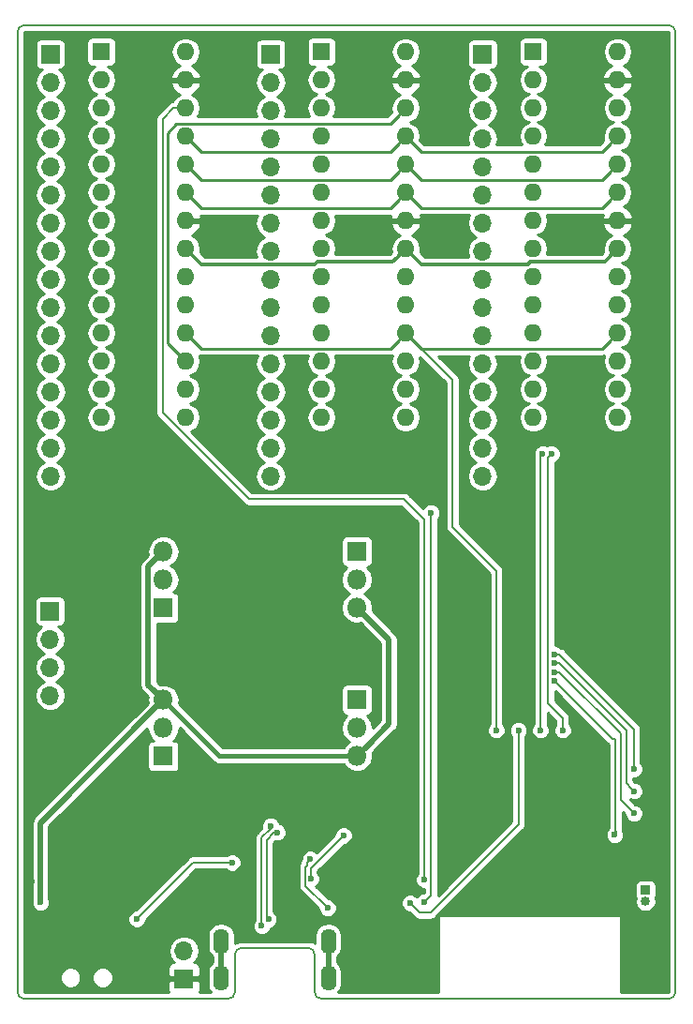
<source format=gbr>
%TF.GenerationSoftware,KiCad,Pcbnew,5.0.0*%
%TF.CreationDate,2018-08-31T22:22:52+02:00*%
%TF.ProjectId,cube,637562652E6B696361645F7063620000,B*%
%TF.SameCoordinates,Original*%
%TF.FileFunction,Copper,L2,Bot,Signal*%
%TF.FilePolarity,Positive*%
%FSLAX46Y46*%
G04 Gerber Fmt 4.6, Leading zero omitted, Abs format (unit mm)*
G04 Created by KiCad (PCBNEW 5.0.0) date Fri Aug 31 22:22:52 2018*
%MOMM*%
%LPD*%
G01*
G04 APERTURE LIST*
%ADD10C,0.150000*%
%ADD11O,1.400000X2.300000*%
%ADD12O,1.700000X1.700000*%
%ADD13R,1.700000X1.700000*%
%ADD14O,1.800000X1.800000*%
%ADD15R,1.800000X1.800000*%
%ADD16O,1.600000X1.600000*%
%ADD17R,1.600000X1.600000*%
%ADD18O,0.850000X0.850000*%
%ADD19R,0.850000X0.850000*%
%ADD20C,0.600000*%
%ADD21C,0.350000*%
%ADD22C,0.500000*%
%ADD23C,0.450000*%
%ADD24C,0.200000*%
%ADD25C,0.250000*%
%ADD26C,0.254000*%
G04 APERTURE END LIST*
D10*
X116300000Y-64400000D02*
G75*
G02X116900000Y-65000000I0J-600000D01*
G01*
X116900000Y-151700000D02*
X116900000Y-65000000D01*
X116900000Y-151700000D02*
G75*
G02X116300000Y-152300000I-600000J0D01*
G01*
X58000000Y-64400000D02*
X116300000Y-64400000D01*
X57400000Y-65000000D02*
G75*
G02X58000000Y-64400000I600000J0D01*
G01*
X58000000Y-152300000D02*
G75*
G02X57400000Y-151700000I0J600000D01*
G01*
X76450000Y-152300000D02*
X58000000Y-152300000D01*
X84900000Y-152300000D02*
X116300000Y-152300000D01*
X57400000Y-151700000D02*
X57400000Y-65000000D01*
X84275000Y-148300000D02*
X84275000Y-151700000D01*
X84875000Y-152300000D02*
G75*
G02X84275000Y-151700000I0J600000D01*
G01*
X83675000Y-147700000D02*
G75*
G02X84275000Y-148300000I0J-600000D01*
G01*
X77675000Y-147700000D02*
X83675000Y-147700000D01*
X77075000Y-148300000D02*
G75*
G02X77675000Y-147700000I600000J0D01*
G01*
X77075000Y-151700000D02*
G75*
G02X76475000Y-152300000I-600000J0D01*
G01*
X77075000Y-148300000D02*
X77075000Y-151700000D01*
D11*
X75825000Y-147100000D03*
X75825000Y-150400000D03*
X85525000Y-150400000D03*
X85525000Y-147100000D03*
D12*
X72450000Y-147960000D03*
D13*
X72450000Y-150500000D03*
D12*
X60400000Y-105100000D03*
X60400000Y-102560000D03*
X60400000Y-100020000D03*
X60400000Y-97480000D03*
X60400000Y-94940000D03*
X60400000Y-92400000D03*
X60400000Y-89860000D03*
X60400000Y-87320000D03*
X60400000Y-84780000D03*
X60400000Y-82240000D03*
X60400000Y-79700000D03*
X60400000Y-77160000D03*
X60400000Y-74620000D03*
X60400000Y-72080000D03*
X60400000Y-69540000D03*
D13*
X60400000Y-67000000D03*
X80300000Y-67000000D03*
D12*
X80300000Y-69540000D03*
X80300000Y-72080000D03*
X80300000Y-74620000D03*
X80300000Y-77160000D03*
X80300000Y-79700000D03*
X80300000Y-82240000D03*
X80300000Y-84780000D03*
X80300000Y-87320000D03*
X80300000Y-89860000D03*
X80300000Y-92400000D03*
X80300000Y-94940000D03*
X80300000Y-97480000D03*
X80300000Y-100020000D03*
X80300000Y-102560000D03*
X80300000Y-105100000D03*
X99450000Y-105100000D03*
X99450000Y-102560000D03*
X99450000Y-100020000D03*
X99450000Y-97480000D03*
X99450000Y-94940000D03*
X99450000Y-92400000D03*
X99450000Y-89860000D03*
X99450000Y-87320000D03*
X99450000Y-84780000D03*
X99450000Y-82240000D03*
X99450000Y-79700000D03*
X99450000Y-77160000D03*
X99450000Y-74620000D03*
X99450000Y-72080000D03*
X99450000Y-69540000D03*
D13*
X99450000Y-67000000D03*
D12*
X60350000Y-124920000D03*
X60350000Y-122380000D03*
X60350000Y-119840000D03*
D13*
X60350000Y-117300000D03*
D14*
X88100000Y-116980000D03*
X88100000Y-114440000D03*
D15*
X88100000Y-111900000D03*
X70600000Y-117000000D03*
D14*
X70600000Y-114460000D03*
X70600000Y-111920000D03*
D15*
X88100000Y-125300000D03*
D14*
X88100000Y-127840000D03*
X88100000Y-130380000D03*
X70600000Y-125320000D03*
X70600000Y-127860000D03*
D15*
X70600000Y-130400000D03*
D16*
X72620000Y-66800000D03*
X65000000Y-99820000D03*
X72620000Y-69340000D03*
X65000000Y-97280000D03*
X72620000Y-71880000D03*
X65000000Y-94740000D03*
X72620000Y-74420000D03*
X65000000Y-92200000D03*
X72620000Y-76960000D03*
X65000000Y-89660000D03*
X72620000Y-79500000D03*
X65000000Y-87120000D03*
X72620000Y-82040000D03*
X65000000Y-84580000D03*
X72620000Y-84580000D03*
X65000000Y-82040000D03*
X72620000Y-87120000D03*
X65000000Y-79500000D03*
X72620000Y-89660000D03*
X65000000Y-76960000D03*
X72620000Y-92200000D03*
X65000000Y-74420000D03*
X72620000Y-94740000D03*
X65000000Y-71880000D03*
X72620000Y-97280000D03*
X65000000Y-69340000D03*
X72620000Y-99820000D03*
D17*
X65000000Y-66800000D03*
X84900000Y-66800000D03*
D16*
X92520000Y-99820000D03*
X84900000Y-69340000D03*
X92520000Y-97280000D03*
X84900000Y-71880000D03*
X92520000Y-94740000D03*
X84900000Y-74420000D03*
X92520000Y-92200000D03*
X84900000Y-76960000D03*
X92520000Y-89660000D03*
X84900000Y-79500000D03*
X92520000Y-87120000D03*
X84900000Y-82040000D03*
X92520000Y-84580000D03*
X84900000Y-84580000D03*
X92520000Y-82040000D03*
X84900000Y-87120000D03*
X92520000Y-79500000D03*
X84900000Y-89660000D03*
X92520000Y-76960000D03*
X84900000Y-92200000D03*
X92520000Y-74420000D03*
X84900000Y-94740000D03*
X92520000Y-71880000D03*
X84900000Y-97280000D03*
X92520000Y-69340000D03*
X84900000Y-99820000D03*
X92520000Y-66800000D03*
X111670000Y-66800000D03*
X104050000Y-99820000D03*
X111670000Y-69340000D03*
X104050000Y-97280000D03*
X111670000Y-71880000D03*
X104050000Y-94740000D03*
X111670000Y-74420000D03*
X104050000Y-92200000D03*
X111670000Y-76960000D03*
X104050000Y-89660000D03*
X111670000Y-79500000D03*
X104050000Y-87120000D03*
X111670000Y-82040000D03*
X104050000Y-84580000D03*
X111670000Y-84580000D03*
X104050000Y-82040000D03*
X111670000Y-87120000D03*
X104050000Y-79500000D03*
X111670000Y-89660000D03*
X104050000Y-76960000D03*
X111670000Y-92200000D03*
X104050000Y-74420000D03*
X111670000Y-94740000D03*
X104050000Y-71880000D03*
X111670000Y-97280000D03*
X104050000Y-69340000D03*
X111670000Y-99820000D03*
D17*
X104050000Y-66800000D03*
D18*
X114200000Y-143500000D03*
D19*
X114200000Y-142500000D03*
D20*
X108700000Y-128050000D03*
X75100000Y-143700000D03*
X78000000Y-119200000D03*
X80700000Y-109600000D03*
X80700000Y-123130000D03*
X79075000Y-136550000D03*
X83800000Y-137100000D03*
X83200000Y-145500000D03*
X61275000Y-141675000D03*
X58674000Y-141732000D03*
X59500000Y-143600000D03*
X68200000Y-145100000D03*
X76825000Y-140000000D03*
X83950000Y-141462500D03*
X86891054Y-137541054D03*
X85450000Y-144100000D03*
X83891789Y-139691789D03*
X94200000Y-143550000D03*
X94800000Y-108400000D03*
X94200000Y-141550000D03*
X106700000Y-128050000D03*
X105700000Y-103100000D03*
X104700000Y-128050000D03*
X104879814Y-103086191D03*
X111400000Y-137500000D03*
X105974999Y-123600000D03*
X92900000Y-143650000D03*
X102700000Y-128050000D03*
X113150000Y-133550000D03*
X105974999Y-121999994D03*
X113150000Y-131550000D03*
X105974999Y-121199991D03*
X113150000Y-135550000D03*
X105974999Y-122799997D03*
X100700000Y-128050000D03*
X80098327Y-145124877D03*
X80900521Y-137275520D03*
X79497285Y-145725919D03*
X80299479Y-136674478D03*
D21*
X91720001Y-85379999D02*
X92520000Y-84580000D01*
X91344999Y-85755001D02*
X91720001Y-85379999D01*
X84525997Y-85755001D02*
X91344999Y-85755001D01*
X84275997Y-86005001D02*
X84525997Y-85755001D01*
X72620000Y-84580000D02*
X74045001Y-86005001D01*
X74045001Y-86005001D02*
X84275997Y-86005001D01*
X110870001Y-85379999D02*
X111670000Y-84580000D01*
X110494999Y-85755001D02*
X110870001Y-85379999D01*
X103794999Y-85755001D02*
X110494999Y-85755001D01*
X103544999Y-86005001D02*
X103794999Y-85755001D01*
X92520000Y-84580000D02*
X93945001Y-86005001D01*
X93945001Y-86005001D02*
X103544999Y-86005001D01*
D22*
X69700001Y-124420001D02*
X70600000Y-125320000D01*
X69249999Y-113270001D02*
X69249999Y-123969999D01*
X70600000Y-111920000D02*
X69249999Y-113270001D01*
X69249999Y-123969999D02*
X69700001Y-124420001D01*
X88999999Y-129480001D02*
X88100000Y-130380000D01*
X91000000Y-119880000D02*
X91000000Y-127480000D01*
X88100000Y-116980000D02*
X91000000Y-119880000D01*
X91000000Y-127480000D02*
X88999999Y-129480001D01*
D23*
X75660000Y-130380000D02*
X88100000Y-130380000D01*
X70600000Y-125320000D02*
X75660000Y-130380000D01*
D22*
X59500000Y-136420000D02*
X70600000Y-125320000D01*
X59500000Y-143600000D02*
X59500000Y-136420000D01*
D24*
X73900000Y-140000000D02*
X76825000Y-140000000D01*
X73300000Y-140000000D02*
X76825000Y-140000000D01*
X68200000Y-145100000D02*
X73300000Y-140000000D01*
D22*
X85525000Y-147100000D02*
X85525000Y-150400000D01*
X75825000Y-147100000D02*
X75825000Y-150400000D01*
D24*
X83950000Y-141462500D02*
X83950000Y-140482108D01*
X83950000Y-140482108D02*
X86891054Y-137541054D01*
X83449999Y-142099999D02*
X85450000Y-144100000D01*
X83449999Y-140416410D02*
X83449999Y-142099999D01*
X83891789Y-139691789D02*
X83591790Y-139991788D01*
X83591790Y-140274619D02*
X83449999Y-140416410D01*
X83591790Y-139991788D02*
X83591790Y-140274619D01*
D25*
X91720001Y-75219999D02*
X92520000Y-74420000D01*
X91144999Y-75795001D02*
X91720001Y-75219999D01*
X72620000Y-74420000D02*
X73995001Y-75795001D01*
X73995001Y-75795001D02*
X91144999Y-75795001D01*
X110870001Y-75219999D02*
X111670000Y-74420000D01*
X110255001Y-75834999D02*
X110870001Y-75219999D01*
X92520000Y-74420000D02*
X93934999Y-75834999D01*
X93934999Y-75834999D02*
X110255001Y-75834999D01*
D24*
X94200000Y-143550000D02*
X94725001Y-143024999D01*
X94725001Y-143024999D02*
X94800000Y-142950000D01*
X94800000Y-142950000D02*
X94800000Y-108400000D01*
X94200000Y-141550000D02*
X94200000Y-109050000D01*
X78371998Y-107200000D02*
X70524990Y-99352992D01*
X71488630Y-71880000D02*
X72620000Y-71880000D01*
X94200000Y-109050000D02*
X92350000Y-107200000D01*
X70524990Y-72843640D02*
X71488630Y-71880000D01*
X92350000Y-107200000D02*
X78371998Y-107200000D01*
X70524990Y-99352992D02*
X70524990Y-72843640D01*
D25*
X91720001Y-72679999D02*
X92520000Y-71880000D01*
X91105001Y-73294999D02*
X91720001Y-72679999D01*
X71790001Y-73294999D02*
X91105001Y-73294999D01*
X70950000Y-74135000D02*
X71790001Y-73294999D01*
X72620000Y-94740000D02*
X70950000Y-93070000D01*
X70950000Y-93070000D02*
X70950000Y-74135000D01*
X91720001Y-77759999D02*
X92520000Y-76960000D01*
X91105001Y-78374999D02*
X91720001Y-77759999D01*
X72620000Y-76960000D02*
X74034999Y-78374999D01*
X74034999Y-78374999D02*
X91105001Y-78374999D01*
X110870001Y-77759999D02*
X111670000Y-76960000D01*
X110255001Y-78374999D02*
X110870001Y-77759999D01*
X92520000Y-76960000D02*
X93934999Y-78374999D01*
X93934999Y-78374999D02*
X110255001Y-78374999D01*
D24*
X106700000Y-128050000D02*
X106700000Y-126950000D01*
X106700000Y-126950000D02*
X105374999Y-125624999D01*
X105374999Y-125624999D02*
X105374999Y-103425001D01*
X105374999Y-103425001D02*
X105700000Y-103100000D01*
D25*
X91720001Y-80299999D02*
X92520000Y-79500000D01*
X91105001Y-80914999D02*
X91720001Y-80299999D01*
X72620000Y-79500000D02*
X74034999Y-80914999D01*
X74034999Y-80914999D02*
X91105001Y-80914999D01*
X110870001Y-80299999D02*
X111670000Y-79500000D01*
X110294999Y-80875001D02*
X110870001Y-80299999D01*
X92520000Y-79500000D02*
X93895001Y-80875001D01*
X93895001Y-80875001D02*
X110294999Y-80875001D01*
D24*
X104700000Y-128050000D02*
X104700000Y-103266005D01*
X104700000Y-103266005D02*
X104879814Y-103086191D01*
X111500000Y-128850000D02*
X111500000Y-137150000D01*
D25*
X111500000Y-137400000D02*
X111400000Y-137500000D01*
X111500000Y-137150000D02*
X111500000Y-137400000D01*
D24*
X111224999Y-128850000D02*
X111500000Y-128850000D01*
X105974999Y-123600000D02*
X111224999Y-128850000D01*
X102700000Y-135827002D02*
X102700000Y-128050000D01*
X102700000Y-136568000D02*
X102700000Y-135827002D01*
X94742000Y-144526000D02*
X102700000Y-136568000D01*
X92900000Y-143650000D02*
X93776000Y-144526000D01*
X93776000Y-144526000D02*
X94742000Y-144526000D01*
X112925001Y-133325001D02*
X113150000Y-133550000D01*
X112450000Y-132850000D02*
X112925001Y-133325001D01*
X112450000Y-128531796D02*
X112450000Y-129500000D01*
X112450000Y-129322995D02*
X112450000Y-129500000D01*
X112450000Y-129500000D02*
X112450000Y-132850000D01*
X112450000Y-128050731D02*
X112450000Y-128531796D01*
X105974999Y-121999994D02*
X106399263Y-121999994D01*
X106399263Y-121999994D02*
X112450000Y-128050731D01*
X113150000Y-128581793D02*
X113150000Y-131550000D01*
X113150000Y-127950728D02*
X113150000Y-128581793D01*
X105974999Y-121199991D02*
X106399263Y-121199991D01*
X106399263Y-121199991D02*
X113150000Y-127950728D01*
X111950000Y-134350000D02*
X113150000Y-135550000D01*
X111950000Y-128350734D02*
X111950000Y-134350000D01*
X106399263Y-122799997D02*
X111950000Y-128350734D01*
X105974999Y-122799997D02*
X106399263Y-122799997D01*
D25*
X91720001Y-92999999D02*
X92520000Y-92200000D01*
X91144999Y-93575001D02*
X91720001Y-92999999D01*
X72620000Y-92200000D02*
X73995001Y-93575001D01*
X73995001Y-93575001D02*
X91144999Y-93575001D01*
X110870001Y-92999999D02*
X111670000Y-92200000D01*
X110255001Y-93614999D02*
X110870001Y-92999999D01*
X92520000Y-92200000D02*
X93934999Y-93614999D01*
X93934999Y-93614999D02*
X110255001Y-93614999D01*
D24*
X96750000Y-109711998D02*
X96750000Y-96430000D01*
X100700000Y-128050000D02*
X100700000Y-113661998D01*
X96750000Y-96430000D02*
X92520000Y-92200000D01*
X100700000Y-113661998D02*
X96750000Y-109711998D01*
X80568738Y-137324460D02*
X80611471Y-137324460D01*
X79947285Y-137945913D02*
X80568738Y-137324460D01*
X80611471Y-137324460D02*
X80660411Y-137275520D01*
X79947285Y-144973835D02*
X79947285Y-137945913D01*
X80098327Y-145124877D02*
X79947285Y-144973835D01*
X80660411Y-137275520D02*
X80900521Y-137275520D01*
X80299479Y-136957321D02*
X80299479Y-136674478D01*
X79497285Y-137759515D02*
X80299479Y-136957321D01*
X79497285Y-144763917D02*
X79497285Y-137759515D01*
X79497285Y-145725919D02*
X79497285Y-145485837D01*
X79497285Y-145485837D02*
X79448326Y-145436878D01*
X79448326Y-145436878D02*
X79448326Y-144812876D01*
X79448326Y-144812876D02*
X79497285Y-144763917D01*
D26*
G36*
X116288495Y-65011505D02*
X116298001Y-65059297D01*
X116298000Y-151640708D01*
X116288495Y-151688495D01*
X116240708Y-151698000D01*
X111977000Y-151698000D01*
X111977000Y-144850000D01*
X111967333Y-144801399D01*
X111939803Y-144760197D01*
X111898601Y-144732667D01*
X111850000Y-144723000D01*
X95600000Y-144723000D01*
X95552198Y-144732339D01*
X95510810Y-144759589D01*
X95483001Y-144800602D01*
X95473003Y-144849136D01*
X95426412Y-151698000D01*
X86434084Y-151698000D01*
X86680808Y-151328752D01*
X86752000Y-150970846D01*
X86752000Y-149829153D01*
X86680808Y-149471248D01*
X86409617Y-149065383D01*
X86302000Y-148993476D01*
X86302000Y-148506525D01*
X86409617Y-148434617D01*
X86680808Y-148028752D01*
X86752000Y-147670846D01*
X86752000Y-146529153D01*
X86680808Y-146171248D01*
X86409617Y-145765383D01*
X86003751Y-145494192D01*
X85525000Y-145398962D01*
X85046248Y-145494192D01*
X84640383Y-145765383D01*
X84369192Y-146171249D01*
X84298000Y-146529154D01*
X84298000Y-147284508D01*
X84239064Y-147245128D01*
X84022055Y-147155240D01*
X84022053Y-147155239D01*
X83792444Y-147109567D01*
X83792439Y-147109567D01*
X83734288Y-147098000D01*
X77615712Y-147098000D01*
X77557561Y-147109567D01*
X77557556Y-147109567D01*
X77327946Y-147155239D01*
X77238057Y-147192472D01*
X77110936Y-147245127D01*
X77052000Y-147284507D01*
X77052000Y-146529153D01*
X76980808Y-146171248D01*
X76709617Y-145765383D01*
X76404362Y-145561418D01*
X78670285Y-145561418D01*
X78670285Y-145890420D01*
X78796188Y-146194377D01*
X79028827Y-146427016D01*
X79332784Y-146552919D01*
X79661786Y-146552919D01*
X79965743Y-146427016D01*
X80198382Y-146194377D01*
X80306285Y-145933877D01*
X80566785Y-145825974D01*
X80799424Y-145593335D01*
X80925327Y-145289378D01*
X80925327Y-144960376D01*
X80799424Y-144656419D01*
X80574285Y-144431280D01*
X80574285Y-140416410D01*
X82810717Y-140416410D01*
X82822999Y-140478157D01*
X82823000Y-142038248D01*
X82810717Y-142099999D01*
X82859379Y-142344641D01*
X82869228Y-142359380D01*
X82997959Y-142552040D01*
X83050306Y-142587017D01*
X84623000Y-144159712D01*
X84623000Y-144264501D01*
X84748903Y-144568458D01*
X84981542Y-144801097D01*
X85285499Y-144927000D01*
X85614501Y-144927000D01*
X85918458Y-144801097D01*
X86151097Y-144568458D01*
X86277000Y-144264501D01*
X86277000Y-143935499D01*
X86151097Y-143631542D01*
X85918458Y-143398903D01*
X85614501Y-143273000D01*
X85509712Y-143273000D01*
X84405624Y-142168913D01*
X84418458Y-142163597D01*
X84651097Y-141930958D01*
X84777000Y-141627001D01*
X84777000Y-141297999D01*
X84651097Y-140994042D01*
X84577000Y-140919945D01*
X84577000Y-140741819D01*
X86950766Y-138368054D01*
X87055555Y-138368054D01*
X87359512Y-138242151D01*
X87592151Y-138009512D01*
X87718054Y-137705555D01*
X87718054Y-137376553D01*
X87592151Y-137072596D01*
X87359512Y-136839957D01*
X87055555Y-136714054D01*
X86726553Y-136714054D01*
X86422596Y-136839957D01*
X86189957Y-137072596D01*
X86064054Y-137376553D01*
X86064054Y-137481342D01*
X84457476Y-139087921D01*
X84360247Y-138990692D01*
X84056290Y-138864789D01*
X83727288Y-138864789D01*
X83423331Y-138990692D01*
X83190692Y-139223331D01*
X83064789Y-139527288D01*
X83064789Y-139651933D01*
X83001170Y-139747146D01*
X82964790Y-139930039D01*
X82964790Y-139930042D01*
X82952508Y-139991788D01*
X82958731Y-140023076D01*
X82859379Y-140171768D01*
X82822999Y-140354661D01*
X82822999Y-140354664D01*
X82810717Y-140416410D01*
X80574285Y-140416410D01*
X80574285Y-138205624D01*
X80694562Y-138085348D01*
X80736020Y-138102520D01*
X81065022Y-138102520D01*
X81368979Y-137976617D01*
X81601618Y-137743978D01*
X81727521Y-137440021D01*
X81727521Y-137111019D01*
X81601618Y-136807062D01*
X81368979Y-136574423D01*
X81108479Y-136466520D01*
X81000576Y-136206020D01*
X80767937Y-135973381D01*
X80463980Y-135847478D01*
X80134978Y-135847478D01*
X79831021Y-135973381D01*
X79598382Y-136206020D01*
X79472479Y-136509977D01*
X79472479Y-136838979D01*
X79489651Y-136880437D01*
X79097592Y-137272497D01*
X79045245Y-137307474D01*
X79010267Y-137359822D01*
X79010266Y-137359823D01*
X78906665Y-137514873D01*
X78858003Y-137759515D01*
X78870286Y-137821266D01*
X78870285Y-144549407D01*
X78857706Y-144568233D01*
X78821326Y-144751126D01*
X78821326Y-144751130D01*
X78809044Y-144812876D01*
X78821326Y-144874622D01*
X78821326Y-145232323D01*
X78796188Y-145257461D01*
X78670285Y-145561418D01*
X76404362Y-145561418D01*
X76303751Y-145494192D01*
X75825000Y-145398962D01*
X75346248Y-145494192D01*
X74940383Y-145765383D01*
X74669192Y-146171249D01*
X74598000Y-146529154D01*
X74598000Y-147670847D01*
X74669192Y-148028752D01*
X74940384Y-148434617D01*
X75048000Y-148506524D01*
X75048001Y-148993475D01*
X74940383Y-149065383D01*
X74669192Y-149471249D01*
X74598000Y-149829154D01*
X74598000Y-150970847D01*
X74669192Y-151328752D01*
X74915917Y-151698000D01*
X73843173Y-151698000D01*
X73935000Y-151476310D01*
X73935000Y-150785750D01*
X73776250Y-150627000D01*
X72577000Y-150627000D01*
X72577000Y-150647000D01*
X72323000Y-150647000D01*
X72323000Y-150627000D01*
X71123750Y-150627000D01*
X70965000Y-150785750D01*
X70965000Y-151476310D01*
X71056827Y-151698000D01*
X58059292Y-151698000D01*
X58011505Y-151688495D01*
X58002000Y-151640708D01*
X58002000Y-150210635D01*
X61248000Y-150210635D01*
X61248000Y-150589365D01*
X61392933Y-150939265D01*
X61660735Y-151207067D01*
X62010635Y-151352000D01*
X62389365Y-151352000D01*
X62739265Y-151207067D01*
X63007067Y-150939265D01*
X63152000Y-150589365D01*
X63152000Y-150210635D01*
X64148000Y-150210635D01*
X64148000Y-150589365D01*
X64292933Y-150939265D01*
X64560735Y-151207067D01*
X64910635Y-151352000D01*
X65289365Y-151352000D01*
X65639265Y-151207067D01*
X65907067Y-150939265D01*
X66052000Y-150589365D01*
X66052000Y-150210635D01*
X65907067Y-149860735D01*
X65639265Y-149592933D01*
X65472098Y-149523690D01*
X70965000Y-149523690D01*
X70965000Y-150214250D01*
X71123750Y-150373000D01*
X72323000Y-150373000D01*
X72323000Y-150353000D01*
X72577000Y-150353000D01*
X72577000Y-150373000D01*
X73776250Y-150373000D01*
X73935000Y-150214250D01*
X73935000Y-149523690D01*
X73838327Y-149290301D01*
X73659698Y-149111673D01*
X73426309Y-149015000D01*
X73349616Y-149015000D01*
X73442762Y-148952762D01*
X73747106Y-148497279D01*
X73853977Y-147960000D01*
X73747106Y-147422721D01*
X73442762Y-146967238D01*
X72987279Y-146662894D01*
X72585623Y-146583000D01*
X72314377Y-146583000D01*
X71912721Y-146662894D01*
X71457238Y-146967238D01*
X71152894Y-147422721D01*
X71046023Y-147960000D01*
X71152894Y-148497279D01*
X71457238Y-148952762D01*
X71550384Y-149015000D01*
X71473691Y-149015000D01*
X71240302Y-149111673D01*
X71061673Y-149290301D01*
X70965000Y-149523690D01*
X65472098Y-149523690D01*
X65289365Y-149448000D01*
X64910635Y-149448000D01*
X64560735Y-149592933D01*
X64292933Y-149860735D01*
X64148000Y-150210635D01*
X63152000Y-150210635D01*
X63007067Y-149860735D01*
X62739265Y-149592933D01*
X62389365Y-149448000D01*
X62010635Y-149448000D01*
X61660735Y-149592933D01*
X61392933Y-149860735D01*
X61248000Y-150210635D01*
X58002000Y-150210635D01*
X58002000Y-144935499D01*
X67373000Y-144935499D01*
X67373000Y-145264501D01*
X67498903Y-145568458D01*
X67731542Y-145801097D01*
X68035499Y-145927000D01*
X68364501Y-145927000D01*
X68668458Y-145801097D01*
X68901097Y-145568458D01*
X69027000Y-145264501D01*
X69027000Y-145159711D01*
X73559712Y-140627000D01*
X76282445Y-140627000D01*
X76356542Y-140701097D01*
X76660499Y-140827000D01*
X76989501Y-140827000D01*
X77293458Y-140701097D01*
X77526097Y-140468458D01*
X77652000Y-140164501D01*
X77652000Y-139835499D01*
X77526097Y-139531542D01*
X77293458Y-139298903D01*
X76989501Y-139173000D01*
X76660499Y-139173000D01*
X76356542Y-139298903D01*
X76282445Y-139373000D01*
X73361745Y-139373000D01*
X73299999Y-139360718D01*
X73238253Y-139373000D01*
X73238250Y-139373000D01*
X73055357Y-139409380D01*
X72847959Y-139547959D01*
X72812981Y-139600307D01*
X68140289Y-144273000D01*
X68035499Y-144273000D01*
X67731542Y-144398903D01*
X67498903Y-144631542D01*
X67373000Y-144935499D01*
X58002000Y-144935499D01*
X58002000Y-143435499D01*
X58673000Y-143435499D01*
X58673000Y-143764501D01*
X58798903Y-144068458D01*
X59031542Y-144301097D01*
X59335499Y-144427000D01*
X59664501Y-144427000D01*
X59968458Y-144301097D01*
X60201097Y-144068458D01*
X60327000Y-143764501D01*
X60327000Y-143435499D01*
X60277000Y-143314788D01*
X60277000Y-136741843D01*
X69147334Y-127871510D01*
X69255796Y-128416788D01*
X69571191Y-128888809D01*
X69685929Y-128965475D01*
X69494375Y-129003577D01*
X69320055Y-129120055D01*
X69203577Y-129294375D01*
X69162676Y-129500000D01*
X69162676Y-131300000D01*
X69203577Y-131505625D01*
X69320055Y-131679945D01*
X69494375Y-131796423D01*
X69700000Y-131837324D01*
X71500000Y-131837324D01*
X71705625Y-131796423D01*
X71879945Y-131679945D01*
X71996423Y-131505625D01*
X72037324Y-131300000D01*
X72037324Y-129500000D01*
X71996423Y-129294375D01*
X71879945Y-129120055D01*
X71705625Y-129003577D01*
X71514071Y-128965475D01*
X71628809Y-128888809D01*
X71944204Y-128416788D01*
X72054956Y-127860000D01*
X72049604Y-127833091D01*
X75075887Y-130859376D01*
X75117839Y-130922161D01*
X75180623Y-130964112D01*
X75180626Y-130964115D01*
X75356368Y-131081542D01*
X75366584Y-131088368D01*
X75585937Y-131132000D01*
X75585941Y-131132000D01*
X75660000Y-131146731D01*
X75734059Y-131132000D01*
X86886233Y-131132000D01*
X87071191Y-131408809D01*
X87543212Y-131724204D01*
X87959456Y-131807000D01*
X88240544Y-131807000D01*
X88656788Y-131724204D01*
X89128809Y-131408809D01*
X89444204Y-130936788D01*
X89554956Y-130380000D01*
X89495873Y-130082971D01*
X89603533Y-129975311D01*
X89603535Y-129975308D01*
X91495308Y-128083536D01*
X91560186Y-128040186D01*
X91693946Y-127840000D01*
X91731918Y-127783171D01*
X91792222Y-127480000D01*
X91777000Y-127403474D01*
X91777000Y-119956524D01*
X91792222Y-119879999D01*
X91774607Y-119791443D01*
X91731918Y-119576830D01*
X91560186Y-119319814D01*
X91495309Y-119276465D01*
X89495873Y-117277030D01*
X89554956Y-116980000D01*
X89444204Y-116423212D01*
X89128809Y-115951191D01*
X88767842Y-115710000D01*
X89128809Y-115468809D01*
X89444204Y-114996788D01*
X89554956Y-114440000D01*
X89444204Y-113883212D01*
X89128809Y-113411191D01*
X89014071Y-113334525D01*
X89205625Y-113296423D01*
X89379945Y-113179945D01*
X89496423Y-113005625D01*
X89537324Y-112800000D01*
X89537324Y-111000000D01*
X89496423Y-110794375D01*
X89379945Y-110620055D01*
X89205625Y-110503577D01*
X89000000Y-110462676D01*
X87200000Y-110462676D01*
X86994375Y-110503577D01*
X86820055Y-110620055D01*
X86703577Y-110794375D01*
X86662676Y-111000000D01*
X86662676Y-112800000D01*
X86703577Y-113005625D01*
X86820055Y-113179945D01*
X86994375Y-113296423D01*
X87185929Y-113334525D01*
X87071191Y-113411191D01*
X86755796Y-113883212D01*
X86645044Y-114440000D01*
X86755796Y-114996788D01*
X87071191Y-115468809D01*
X87432158Y-115710000D01*
X87071191Y-115951191D01*
X86755796Y-116423212D01*
X86645044Y-116980000D01*
X86755796Y-117536788D01*
X87071191Y-118008809D01*
X87543212Y-118324204D01*
X87959456Y-118407000D01*
X88240544Y-118407000D01*
X88397030Y-118375873D01*
X90223000Y-120201844D01*
X90223001Y-127158155D01*
X89552667Y-127828490D01*
X89444204Y-127283212D01*
X89128809Y-126811191D01*
X89014071Y-126734525D01*
X89205625Y-126696423D01*
X89379945Y-126579945D01*
X89496423Y-126405625D01*
X89537324Y-126200000D01*
X89537324Y-124400000D01*
X89496423Y-124194375D01*
X89379945Y-124020055D01*
X89205625Y-123903577D01*
X89000000Y-123862676D01*
X87200000Y-123862676D01*
X86994375Y-123903577D01*
X86820055Y-124020055D01*
X86703577Y-124194375D01*
X86662676Y-124400000D01*
X86662676Y-126200000D01*
X86703577Y-126405625D01*
X86820055Y-126579945D01*
X86994375Y-126696423D01*
X87185929Y-126734525D01*
X87071191Y-126811191D01*
X86755796Y-127283212D01*
X86645044Y-127840000D01*
X86755796Y-128396788D01*
X87071191Y-128868809D01*
X87432158Y-129110000D01*
X87071191Y-129351191D01*
X86886233Y-129628000D01*
X75971489Y-129628000D01*
X71990007Y-125646520D01*
X72054956Y-125320000D01*
X71944204Y-124763212D01*
X71628809Y-124291191D01*
X71156788Y-123975796D01*
X70740544Y-123893000D01*
X70459456Y-123893000D01*
X70302970Y-123924127D01*
X70026999Y-123648156D01*
X70026999Y-118437324D01*
X71500000Y-118437324D01*
X71705625Y-118396423D01*
X71879945Y-118279945D01*
X71996423Y-118105625D01*
X72037324Y-117900000D01*
X72037324Y-116100000D01*
X71996423Y-115894375D01*
X71879945Y-115720055D01*
X71705625Y-115603577D01*
X71514071Y-115565475D01*
X71628809Y-115488809D01*
X71944204Y-115016788D01*
X72054956Y-114460000D01*
X71944204Y-113903212D01*
X71628809Y-113431191D01*
X71267842Y-113190000D01*
X71628809Y-112948809D01*
X71944204Y-112476788D01*
X72054956Y-111920000D01*
X71944204Y-111363212D01*
X71628809Y-110891191D01*
X71156788Y-110575796D01*
X70740544Y-110493000D01*
X70459456Y-110493000D01*
X70043212Y-110575796D01*
X69571191Y-110891191D01*
X69255796Y-111363212D01*
X69145044Y-111920000D01*
X69204127Y-112217030D01*
X68754694Y-112666463D01*
X68689813Y-112709815D01*
X68518081Y-112966832D01*
X68475690Y-113179945D01*
X68457777Y-113270001D01*
X68472999Y-113346526D01*
X68473000Y-123893469D01*
X68457777Y-123969999D01*
X68502409Y-124194375D01*
X68518082Y-124273169D01*
X68689814Y-124530185D01*
X68754692Y-124573535D01*
X69204127Y-125022970D01*
X69145044Y-125320000D01*
X69204127Y-125617029D01*
X59004693Y-135816464D01*
X58939815Y-135859814D01*
X58896466Y-135924691D01*
X58768083Y-136116830D01*
X58707778Y-136420000D01*
X58723001Y-136496530D01*
X58723000Y-143314788D01*
X58673000Y-143435499D01*
X58002000Y-143435499D01*
X58002000Y-119840000D01*
X58946023Y-119840000D01*
X59052894Y-120377279D01*
X59357238Y-120832762D01*
X59772154Y-121110000D01*
X59357238Y-121387238D01*
X59052894Y-121842721D01*
X58946023Y-122380000D01*
X59052894Y-122917279D01*
X59357238Y-123372762D01*
X59772154Y-123650000D01*
X59357238Y-123927238D01*
X59052894Y-124382721D01*
X58946023Y-124920000D01*
X59052894Y-125457279D01*
X59357238Y-125912762D01*
X59812721Y-126217106D01*
X60214377Y-126297000D01*
X60485623Y-126297000D01*
X60887279Y-126217106D01*
X61342762Y-125912762D01*
X61647106Y-125457279D01*
X61753977Y-124920000D01*
X61647106Y-124382721D01*
X61342762Y-123927238D01*
X60927846Y-123650000D01*
X61342762Y-123372762D01*
X61647106Y-122917279D01*
X61753977Y-122380000D01*
X61647106Y-121842721D01*
X61342762Y-121387238D01*
X60927846Y-121110000D01*
X61342762Y-120832762D01*
X61647106Y-120377279D01*
X61753977Y-119840000D01*
X61647106Y-119302721D01*
X61342762Y-118847238D01*
X61103434Y-118687324D01*
X61200000Y-118687324D01*
X61405625Y-118646423D01*
X61579945Y-118529945D01*
X61696423Y-118355625D01*
X61737324Y-118150000D01*
X61737324Y-116450000D01*
X61696423Y-116244375D01*
X61579945Y-116070055D01*
X61405625Y-115953577D01*
X61200000Y-115912676D01*
X59500000Y-115912676D01*
X59294375Y-115953577D01*
X59120055Y-116070055D01*
X59003577Y-116244375D01*
X58962676Y-116450000D01*
X58962676Y-118150000D01*
X59003577Y-118355625D01*
X59120055Y-118529945D01*
X59294375Y-118646423D01*
X59500000Y-118687324D01*
X59596566Y-118687324D01*
X59357238Y-118847238D01*
X59052894Y-119302721D01*
X58946023Y-119840000D01*
X58002000Y-119840000D01*
X58002000Y-69540000D01*
X58996023Y-69540000D01*
X59102894Y-70077279D01*
X59407238Y-70532762D01*
X59822154Y-70810000D01*
X59407238Y-71087238D01*
X59102894Y-71542721D01*
X58996023Y-72080000D01*
X59102894Y-72617279D01*
X59407238Y-73072762D01*
X59822154Y-73350000D01*
X59407238Y-73627238D01*
X59102894Y-74082721D01*
X58996023Y-74620000D01*
X59102894Y-75157279D01*
X59407238Y-75612762D01*
X59822154Y-75890000D01*
X59407238Y-76167238D01*
X59102894Y-76622721D01*
X58996023Y-77160000D01*
X59102894Y-77697279D01*
X59407238Y-78152762D01*
X59822154Y-78430000D01*
X59407238Y-78707238D01*
X59102894Y-79162721D01*
X58996023Y-79700000D01*
X59102894Y-80237279D01*
X59407238Y-80692762D01*
X59822154Y-80970000D01*
X59407238Y-81247238D01*
X59102894Y-81702721D01*
X58996023Y-82240000D01*
X59102894Y-82777279D01*
X59407238Y-83232762D01*
X59822154Y-83510000D01*
X59407238Y-83787238D01*
X59102894Y-84242721D01*
X58996023Y-84780000D01*
X59102894Y-85317279D01*
X59407238Y-85772762D01*
X59822154Y-86050000D01*
X59407238Y-86327238D01*
X59102894Y-86782721D01*
X58996023Y-87320000D01*
X59102894Y-87857279D01*
X59407238Y-88312762D01*
X59822154Y-88590000D01*
X59407238Y-88867238D01*
X59102894Y-89322721D01*
X58996023Y-89860000D01*
X59102894Y-90397279D01*
X59407238Y-90852762D01*
X59822154Y-91130000D01*
X59407238Y-91407238D01*
X59102894Y-91862721D01*
X58996023Y-92400000D01*
X59102894Y-92937279D01*
X59407238Y-93392762D01*
X59822154Y-93670000D01*
X59407238Y-93947238D01*
X59102894Y-94402721D01*
X58996023Y-94940000D01*
X59102894Y-95477279D01*
X59407238Y-95932762D01*
X59822154Y-96210000D01*
X59407238Y-96487238D01*
X59102894Y-96942721D01*
X58996023Y-97480000D01*
X59102894Y-98017279D01*
X59407238Y-98472762D01*
X59822154Y-98750000D01*
X59407238Y-99027238D01*
X59102894Y-99482721D01*
X58996023Y-100020000D01*
X59102894Y-100557279D01*
X59407238Y-101012762D01*
X59822154Y-101290000D01*
X59407238Y-101567238D01*
X59102894Y-102022721D01*
X58996023Y-102560000D01*
X59102894Y-103097279D01*
X59407238Y-103552762D01*
X59822154Y-103830000D01*
X59407238Y-104107238D01*
X59102894Y-104562721D01*
X58996023Y-105100000D01*
X59102894Y-105637279D01*
X59407238Y-106092762D01*
X59862721Y-106397106D01*
X60264377Y-106477000D01*
X60535623Y-106477000D01*
X60937279Y-106397106D01*
X61392762Y-106092762D01*
X61697106Y-105637279D01*
X61803977Y-105100000D01*
X61697106Y-104562721D01*
X61392762Y-104107238D01*
X60977846Y-103830000D01*
X61392762Y-103552762D01*
X61697106Y-103097279D01*
X61803977Y-102560000D01*
X61697106Y-102022721D01*
X61392762Y-101567238D01*
X60977846Y-101290000D01*
X61392762Y-101012762D01*
X61697106Y-100557279D01*
X61803977Y-100020000D01*
X61697106Y-99482721D01*
X61392762Y-99027238D01*
X60977846Y-98750000D01*
X61392762Y-98472762D01*
X61697106Y-98017279D01*
X61803977Y-97480000D01*
X61697106Y-96942721D01*
X61392762Y-96487238D01*
X60977846Y-96210000D01*
X61392762Y-95932762D01*
X61697106Y-95477279D01*
X61803977Y-94940000D01*
X61697106Y-94402721D01*
X61392762Y-93947238D01*
X60977846Y-93670000D01*
X61392762Y-93392762D01*
X61697106Y-92937279D01*
X61803977Y-92400000D01*
X61697106Y-91862721D01*
X61392762Y-91407238D01*
X60977846Y-91130000D01*
X61392762Y-90852762D01*
X61697106Y-90397279D01*
X61803977Y-89860000D01*
X61697106Y-89322721D01*
X61392762Y-88867238D01*
X60977846Y-88590000D01*
X61392762Y-88312762D01*
X61697106Y-87857279D01*
X61803977Y-87320000D01*
X61697106Y-86782721D01*
X61392762Y-86327238D01*
X60977846Y-86050000D01*
X61392762Y-85772762D01*
X61697106Y-85317279D01*
X61803977Y-84780000D01*
X61697106Y-84242721D01*
X61392762Y-83787238D01*
X60977846Y-83510000D01*
X61392762Y-83232762D01*
X61697106Y-82777279D01*
X61803977Y-82240000D01*
X61697106Y-81702721D01*
X61392762Y-81247238D01*
X60977846Y-80970000D01*
X61392762Y-80692762D01*
X61697106Y-80237279D01*
X61803977Y-79700000D01*
X61697106Y-79162721D01*
X61392762Y-78707238D01*
X60977846Y-78430000D01*
X61392762Y-78152762D01*
X61697106Y-77697279D01*
X61803977Y-77160000D01*
X61697106Y-76622721D01*
X61392762Y-76167238D01*
X60977846Y-75890000D01*
X61392762Y-75612762D01*
X61697106Y-75157279D01*
X61803977Y-74620000D01*
X61697106Y-74082721D01*
X61392762Y-73627238D01*
X60977846Y-73350000D01*
X61392762Y-73072762D01*
X61697106Y-72617279D01*
X61803977Y-72080000D01*
X61697106Y-71542721D01*
X61392762Y-71087238D01*
X60977846Y-70810000D01*
X61392762Y-70532762D01*
X61697106Y-70077279D01*
X61803977Y-69540000D01*
X61764195Y-69340000D01*
X63647003Y-69340000D01*
X63749994Y-69857770D01*
X64043287Y-70296713D01*
X64482230Y-70590006D01*
X64582746Y-70610000D01*
X64482230Y-70629994D01*
X64043287Y-70923287D01*
X63749994Y-71362230D01*
X63647003Y-71880000D01*
X63749994Y-72397770D01*
X64043287Y-72836713D01*
X64482230Y-73130006D01*
X64582746Y-73150000D01*
X64482230Y-73169994D01*
X64043287Y-73463287D01*
X63749994Y-73902230D01*
X63647003Y-74420000D01*
X63749994Y-74937770D01*
X64043287Y-75376713D01*
X64482230Y-75670006D01*
X64582746Y-75690000D01*
X64482230Y-75709994D01*
X64043287Y-76003287D01*
X63749994Y-76442230D01*
X63647003Y-76960000D01*
X63749994Y-77477770D01*
X64043287Y-77916713D01*
X64482230Y-78210006D01*
X64582746Y-78230000D01*
X64482230Y-78249994D01*
X64043287Y-78543287D01*
X63749994Y-78982230D01*
X63647003Y-79500000D01*
X63749994Y-80017770D01*
X64043287Y-80456713D01*
X64482230Y-80750006D01*
X64582746Y-80770000D01*
X64482230Y-80789994D01*
X64043287Y-81083287D01*
X63749994Y-81522230D01*
X63647003Y-82040000D01*
X63749994Y-82557770D01*
X64043287Y-82996713D01*
X64482230Y-83290006D01*
X64582746Y-83310000D01*
X64482230Y-83329994D01*
X64043287Y-83623287D01*
X63749994Y-84062230D01*
X63647003Y-84580000D01*
X63749994Y-85097770D01*
X64043287Y-85536713D01*
X64482230Y-85830006D01*
X64582746Y-85850000D01*
X64482230Y-85869994D01*
X64043287Y-86163287D01*
X63749994Y-86602230D01*
X63647003Y-87120000D01*
X63749994Y-87637770D01*
X64043287Y-88076713D01*
X64482230Y-88370006D01*
X64582746Y-88390000D01*
X64482230Y-88409994D01*
X64043287Y-88703287D01*
X63749994Y-89142230D01*
X63647003Y-89660000D01*
X63749994Y-90177770D01*
X64043287Y-90616713D01*
X64482230Y-90910006D01*
X64582746Y-90930000D01*
X64482230Y-90949994D01*
X64043287Y-91243287D01*
X63749994Y-91682230D01*
X63647003Y-92200000D01*
X63749994Y-92717770D01*
X64043287Y-93156713D01*
X64482230Y-93450006D01*
X64582746Y-93470000D01*
X64482230Y-93489994D01*
X64043287Y-93783287D01*
X63749994Y-94222230D01*
X63647003Y-94740000D01*
X63749994Y-95257770D01*
X64043287Y-95696713D01*
X64482230Y-95990006D01*
X64582746Y-96010000D01*
X64482230Y-96029994D01*
X64043287Y-96323287D01*
X63749994Y-96762230D01*
X63647003Y-97280000D01*
X63749994Y-97797770D01*
X64043287Y-98236713D01*
X64482230Y-98530006D01*
X64582746Y-98550000D01*
X64482230Y-98569994D01*
X64043287Y-98863287D01*
X63749994Y-99302230D01*
X63647003Y-99820000D01*
X63749994Y-100337770D01*
X64043287Y-100776713D01*
X64482230Y-101070006D01*
X64869304Y-101147000D01*
X65130696Y-101147000D01*
X65517770Y-101070006D01*
X65956713Y-100776713D01*
X66250006Y-100337770D01*
X66352997Y-99820000D01*
X66250006Y-99302230D01*
X65956713Y-98863287D01*
X65517770Y-98569994D01*
X65417254Y-98550000D01*
X65517770Y-98530006D01*
X65956713Y-98236713D01*
X66250006Y-97797770D01*
X66352997Y-97280000D01*
X66250006Y-96762230D01*
X65956713Y-96323287D01*
X65517770Y-96029994D01*
X65417254Y-96010000D01*
X65517770Y-95990006D01*
X65956713Y-95696713D01*
X66250006Y-95257770D01*
X66352997Y-94740000D01*
X66250006Y-94222230D01*
X65956713Y-93783287D01*
X65517770Y-93489994D01*
X65417254Y-93470000D01*
X65517770Y-93450006D01*
X65956713Y-93156713D01*
X66250006Y-92717770D01*
X66352997Y-92200000D01*
X66250006Y-91682230D01*
X65956713Y-91243287D01*
X65517770Y-90949994D01*
X65417254Y-90930000D01*
X65517770Y-90910006D01*
X65956713Y-90616713D01*
X66250006Y-90177770D01*
X66352997Y-89660000D01*
X66250006Y-89142230D01*
X65956713Y-88703287D01*
X65517770Y-88409994D01*
X65417254Y-88390000D01*
X65517770Y-88370006D01*
X65956713Y-88076713D01*
X66250006Y-87637770D01*
X66352997Y-87120000D01*
X66250006Y-86602230D01*
X65956713Y-86163287D01*
X65517770Y-85869994D01*
X65417254Y-85850000D01*
X65517770Y-85830006D01*
X65956713Y-85536713D01*
X66250006Y-85097770D01*
X66352997Y-84580000D01*
X66250006Y-84062230D01*
X65956713Y-83623287D01*
X65517770Y-83329994D01*
X65417254Y-83310000D01*
X65517770Y-83290006D01*
X65956713Y-82996713D01*
X66250006Y-82557770D01*
X66352997Y-82040000D01*
X66250006Y-81522230D01*
X65956713Y-81083287D01*
X65517770Y-80789994D01*
X65417254Y-80770000D01*
X65517770Y-80750006D01*
X65956713Y-80456713D01*
X66250006Y-80017770D01*
X66352997Y-79500000D01*
X66250006Y-78982230D01*
X65956713Y-78543287D01*
X65517770Y-78249994D01*
X65417254Y-78230000D01*
X65517770Y-78210006D01*
X65956713Y-77916713D01*
X66250006Y-77477770D01*
X66352997Y-76960000D01*
X66250006Y-76442230D01*
X65956713Y-76003287D01*
X65517770Y-75709994D01*
X65417254Y-75690000D01*
X65517770Y-75670006D01*
X65956713Y-75376713D01*
X66250006Y-74937770D01*
X66352997Y-74420000D01*
X66250006Y-73902230D01*
X65956713Y-73463287D01*
X65517770Y-73169994D01*
X65417254Y-73150000D01*
X65517770Y-73130006D01*
X65946346Y-72843640D01*
X69885708Y-72843640D01*
X69897991Y-72905391D01*
X69897990Y-99291246D01*
X69885708Y-99352992D01*
X69897990Y-99414738D01*
X69897990Y-99414741D01*
X69934370Y-99597634D01*
X70072949Y-99805033D01*
X70125299Y-99840013D01*
X77884978Y-107599692D01*
X77919957Y-107652041D01*
X78127355Y-107790620D01*
X78310248Y-107827000D01*
X78310251Y-107827000D01*
X78371997Y-107839282D01*
X78433743Y-107827000D01*
X92090289Y-107827000D01*
X93573001Y-109309713D01*
X93573000Y-141007445D01*
X93498903Y-141081542D01*
X93373000Y-141385499D01*
X93373000Y-141714501D01*
X93498903Y-142018458D01*
X93731542Y-142251097D01*
X94035499Y-142377000D01*
X94173000Y-142377000D01*
X94173000Y-142690288D01*
X94140288Y-142723000D01*
X94035499Y-142723000D01*
X93731542Y-142848903D01*
X93500000Y-143080445D01*
X93368458Y-142948903D01*
X93064501Y-142823000D01*
X92735499Y-142823000D01*
X92431542Y-142948903D01*
X92198903Y-143181542D01*
X92073000Y-143485499D01*
X92073000Y-143814501D01*
X92198903Y-144118458D01*
X92431542Y-144351097D01*
X92735499Y-144477000D01*
X92840289Y-144477000D01*
X93288981Y-144925693D01*
X93323959Y-144978041D01*
X93376307Y-145013019D01*
X93442905Y-145057518D01*
X93531357Y-145116620D01*
X93714250Y-145153000D01*
X93714253Y-145153000D01*
X93775999Y-145165282D01*
X93837745Y-145153000D01*
X94680254Y-145153000D01*
X94742000Y-145165282D01*
X94803746Y-145153000D01*
X94803750Y-145153000D01*
X94986643Y-145116620D01*
X95194041Y-144978041D01*
X95229021Y-144925691D01*
X96654712Y-143500000D01*
X113229350Y-143500000D01*
X113303236Y-143871452D01*
X113513647Y-144186353D01*
X113828548Y-144396764D01*
X114106240Y-144452000D01*
X114293760Y-144452000D01*
X114571452Y-144396764D01*
X114886353Y-144186353D01*
X115096764Y-143871452D01*
X115170650Y-143500000D01*
X115102739Y-143158587D01*
X115121423Y-143130625D01*
X115162324Y-142925000D01*
X115162324Y-142075000D01*
X115121423Y-141869375D01*
X115004945Y-141695055D01*
X114830625Y-141578577D01*
X114625000Y-141537676D01*
X113775000Y-141537676D01*
X113569375Y-141578577D01*
X113395055Y-141695055D01*
X113278577Y-141869375D01*
X113237676Y-142075000D01*
X113237676Y-142925000D01*
X113278577Y-143130625D01*
X113297261Y-143158587D01*
X113229350Y-143500000D01*
X96654712Y-143500000D01*
X103099694Y-137055018D01*
X103152041Y-137020041D01*
X103193950Y-136957321D01*
X103290620Y-136812643D01*
X103308417Y-136723170D01*
X103327000Y-136629750D01*
X103327000Y-136629746D01*
X103339282Y-136568000D01*
X103327000Y-136506254D01*
X103327000Y-128592555D01*
X103401097Y-128518458D01*
X103527000Y-128214501D01*
X103527000Y-127885499D01*
X103873000Y-127885499D01*
X103873000Y-128214501D01*
X103998903Y-128518458D01*
X104231542Y-128751097D01*
X104535499Y-128877000D01*
X104864501Y-128877000D01*
X105168458Y-128751097D01*
X105401097Y-128518458D01*
X105527000Y-128214501D01*
X105527000Y-127885499D01*
X105401097Y-127581542D01*
X105327000Y-127507445D01*
X105327000Y-126463711D01*
X106073001Y-127209713D01*
X106073000Y-127507445D01*
X105998903Y-127581542D01*
X105873000Y-127885499D01*
X105873000Y-128214501D01*
X105998903Y-128518458D01*
X106231542Y-128751097D01*
X106535499Y-128877000D01*
X106864501Y-128877000D01*
X107168458Y-128751097D01*
X107401097Y-128518458D01*
X107527000Y-128214501D01*
X107527000Y-127885499D01*
X107401097Y-127581542D01*
X107327000Y-127507445D01*
X107327000Y-127011744D01*
X107339282Y-126949999D01*
X107327000Y-126888254D01*
X107327000Y-126888250D01*
X107290620Y-126705357D01*
X107152041Y-126497959D01*
X107099693Y-126462981D01*
X106001999Y-125365288D01*
X106001999Y-124513711D01*
X110737980Y-129249693D01*
X110772958Y-129302041D01*
X110873000Y-129368887D01*
X110873001Y-136857444D01*
X110698903Y-137031542D01*
X110573000Y-137335499D01*
X110573000Y-137664501D01*
X110698903Y-137968458D01*
X110931542Y-138201097D01*
X111235499Y-138327000D01*
X111564501Y-138327000D01*
X111868458Y-138201097D01*
X112101097Y-137968458D01*
X112227000Y-137664501D01*
X112227000Y-137335499D01*
X112152000Y-137154433D01*
X112152000Y-137085786D01*
X112127000Y-136960103D01*
X112127000Y-135413712D01*
X112323000Y-135609712D01*
X112323000Y-135714501D01*
X112448903Y-136018458D01*
X112681542Y-136251097D01*
X112985499Y-136377000D01*
X113314501Y-136377000D01*
X113618458Y-136251097D01*
X113851097Y-136018458D01*
X113977000Y-135714501D01*
X113977000Y-135385499D01*
X113851097Y-135081542D01*
X113618458Y-134848903D01*
X113314501Y-134723000D01*
X113209712Y-134723000D01*
X112777595Y-134290883D01*
X112985499Y-134377000D01*
X113314501Y-134377000D01*
X113618458Y-134251097D01*
X113851097Y-134018458D01*
X113977000Y-133714501D01*
X113977000Y-133385499D01*
X113851097Y-133081542D01*
X113618458Y-132848903D01*
X113314501Y-132723000D01*
X113209712Y-132723000D01*
X113077000Y-132590289D01*
X113077000Y-132377000D01*
X113314501Y-132377000D01*
X113618458Y-132251097D01*
X113851097Y-132018458D01*
X113977000Y-131714501D01*
X113977000Y-131385499D01*
X113851097Y-131081542D01*
X113777000Y-131007445D01*
X113777000Y-128012474D01*
X113789282Y-127950728D01*
X113777000Y-127888982D01*
X113777000Y-127888978D01*
X113740620Y-127706085D01*
X113602041Y-127498687D01*
X113549691Y-127463708D01*
X106886284Y-120800301D01*
X106851304Y-120747950D01*
X106643906Y-120609371D01*
X106531593Y-120587030D01*
X106443457Y-120498894D01*
X106139500Y-120372991D01*
X106001999Y-120372991D01*
X106001999Y-103870047D01*
X106168458Y-103801097D01*
X106401097Y-103568458D01*
X106527000Y-103264501D01*
X106527000Y-102935499D01*
X106401097Y-102631542D01*
X106168458Y-102398903D01*
X105864501Y-102273000D01*
X105535499Y-102273000D01*
X105306576Y-102367823D01*
X105044315Y-102259191D01*
X104715313Y-102259191D01*
X104411356Y-102385094D01*
X104178717Y-102617733D01*
X104052814Y-102921690D01*
X104052814Y-103250692D01*
X104062160Y-103273256D01*
X104073001Y-103327756D01*
X104073000Y-127507445D01*
X103998903Y-127581542D01*
X103873000Y-127885499D01*
X103527000Y-127885499D01*
X103401097Y-127581542D01*
X103168458Y-127348903D01*
X102864501Y-127223000D01*
X102535499Y-127223000D01*
X102231542Y-127348903D01*
X101998903Y-127581542D01*
X101873000Y-127885499D01*
X101873000Y-128214501D01*
X101998903Y-128518458D01*
X102073001Y-128592556D01*
X102073000Y-135765252D01*
X102073000Y-136308288D01*
X95437956Y-142943333D01*
X95427000Y-142888254D01*
X95427000Y-108942555D01*
X95501097Y-108868458D01*
X95627000Y-108564501D01*
X95627000Y-108235499D01*
X95501097Y-107931542D01*
X95268458Y-107698903D01*
X94964501Y-107573000D01*
X94635499Y-107573000D01*
X94331542Y-107698903D01*
X94098903Y-107931542D01*
X94060637Y-108023925D01*
X92837020Y-106800309D01*
X92802041Y-106747959D01*
X92594643Y-106609380D01*
X92411750Y-106573000D01*
X92411746Y-106573000D01*
X92350000Y-106560718D01*
X92288254Y-106573000D01*
X78631710Y-106573000D01*
X73130218Y-101071508D01*
X73137770Y-101070006D01*
X73576713Y-100776713D01*
X73870006Y-100337770D01*
X73972997Y-99820000D01*
X73870006Y-99302230D01*
X73576713Y-98863287D01*
X73137770Y-98569994D01*
X73037254Y-98550000D01*
X73137770Y-98530006D01*
X73576713Y-98236713D01*
X73870006Y-97797770D01*
X73972997Y-97280000D01*
X73870006Y-96762230D01*
X73576713Y-96323287D01*
X73137770Y-96029994D01*
X73037254Y-96010000D01*
X73137770Y-95990006D01*
X73576713Y-95696713D01*
X73870006Y-95257770D01*
X73972997Y-94740000D01*
X73870006Y-94222230D01*
X73864366Y-94213789D01*
X73930787Y-94227001D01*
X73930790Y-94227001D01*
X73995000Y-94239773D01*
X74059210Y-94227001D01*
X79120306Y-94227001D01*
X79002894Y-94402721D01*
X78896023Y-94940000D01*
X79002894Y-95477279D01*
X79307238Y-95932762D01*
X79722154Y-96210000D01*
X79307238Y-96487238D01*
X79002894Y-96942721D01*
X78896023Y-97480000D01*
X79002894Y-98017279D01*
X79307238Y-98472762D01*
X79722154Y-98750000D01*
X79307238Y-99027238D01*
X79002894Y-99482721D01*
X78896023Y-100020000D01*
X79002894Y-100557279D01*
X79307238Y-101012762D01*
X79722154Y-101290000D01*
X79307238Y-101567238D01*
X79002894Y-102022721D01*
X78896023Y-102560000D01*
X79002894Y-103097279D01*
X79307238Y-103552762D01*
X79722154Y-103830000D01*
X79307238Y-104107238D01*
X79002894Y-104562721D01*
X78896023Y-105100000D01*
X79002894Y-105637279D01*
X79307238Y-106092762D01*
X79762721Y-106397106D01*
X80164377Y-106477000D01*
X80435623Y-106477000D01*
X80837279Y-106397106D01*
X81292762Y-106092762D01*
X81597106Y-105637279D01*
X81703977Y-105100000D01*
X81597106Y-104562721D01*
X81292762Y-104107238D01*
X80877846Y-103830000D01*
X81292762Y-103552762D01*
X81597106Y-103097279D01*
X81703977Y-102560000D01*
X81597106Y-102022721D01*
X81292762Y-101567238D01*
X80877846Y-101290000D01*
X81292762Y-101012762D01*
X81597106Y-100557279D01*
X81703977Y-100020000D01*
X81597106Y-99482721D01*
X81292762Y-99027238D01*
X80877846Y-98750000D01*
X81292762Y-98472762D01*
X81597106Y-98017279D01*
X81703977Y-97480000D01*
X81597106Y-96942721D01*
X81292762Y-96487238D01*
X80877846Y-96210000D01*
X81292762Y-95932762D01*
X81597106Y-95477279D01*
X81703977Y-94940000D01*
X81597106Y-94402721D01*
X81479694Y-94227001D01*
X83649045Y-94227001D01*
X83547003Y-94740000D01*
X83649994Y-95257770D01*
X83943287Y-95696713D01*
X84382230Y-95990006D01*
X84482746Y-96010000D01*
X84382230Y-96029994D01*
X83943287Y-96323287D01*
X83649994Y-96762230D01*
X83547003Y-97280000D01*
X83649994Y-97797770D01*
X83943287Y-98236713D01*
X84382230Y-98530006D01*
X84482746Y-98550000D01*
X84382230Y-98569994D01*
X83943287Y-98863287D01*
X83649994Y-99302230D01*
X83547003Y-99820000D01*
X83649994Y-100337770D01*
X83943287Y-100776713D01*
X84382230Y-101070006D01*
X84769304Y-101147000D01*
X85030696Y-101147000D01*
X85417770Y-101070006D01*
X85856713Y-100776713D01*
X86150006Y-100337770D01*
X86252997Y-99820000D01*
X86150006Y-99302230D01*
X85856713Y-98863287D01*
X85417770Y-98569994D01*
X85317254Y-98550000D01*
X85417770Y-98530006D01*
X85856713Y-98236713D01*
X86150006Y-97797770D01*
X86252997Y-97280000D01*
X86150006Y-96762230D01*
X85856713Y-96323287D01*
X85417770Y-96029994D01*
X85317254Y-96010000D01*
X85417770Y-95990006D01*
X85856713Y-95696713D01*
X86150006Y-95257770D01*
X86252997Y-94740000D01*
X86150955Y-94227001D01*
X91080789Y-94227001D01*
X91144999Y-94239773D01*
X91209209Y-94227001D01*
X91209213Y-94227001D01*
X91275634Y-94213789D01*
X91269994Y-94222230D01*
X91167003Y-94740000D01*
X91269994Y-95257770D01*
X91563287Y-95696713D01*
X92002230Y-95990006D01*
X92102746Y-96010000D01*
X92002230Y-96029994D01*
X91563287Y-96323287D01*
X91269994Y-96762230D01*
X91167003Y-97280000D01*
X91269994Y-97797770D01*
X91563287Y-98236713D01*
X92002230Y-98530006D01*
X92102746Y-98550000D01*
X92002230Y-98569994D01*
X91563287Y-98863287D01*
X91269994Y-99302230D01*
X91167003Y-99820000D01*
X91269994Y-100337770D01*
X91563287Y-100776713D01*
X92002230Y-101070006D01*
X92389304Y-101147000D01*
X92650696Y-101147000D01*
X93037770Y-101070006D01*
X93476713Y-100776713D01*
X93770006Y-100337770D01*
X93872997Y-99820000D01*
X93770006Y-99302230D01*
X93476713Y-98863287D01*
X93037770Y-98569994D01*
X92937254Y-98550000D01*
X93037770Y-98530006D01*
X93476713Y-98236713D01*
X93770006Y-97797770D01*
X93872997Y-97280000D01*
X93770006Y-96762230D01*
X93476713Y-96323287D01*
X93037770Y-96029994D01*
X92937254Y-96010000D01*
X93037770Y-95990006D01*
X93476713Y-95696713D01*
X93770006Y-95257770D01*
X93872997Y-94740000D01*
X93798434Y-94365145D01*
X96123001Y-96689713D01*
X96123000Y-109650252D01*
X96110718Y-109711998D01*
X96123000Y-109773744D01*
X96123000Y-109773747D01*
X96159380Y-109956640D01*
X96297959Y-110164039D01*
X96350309Y-110199018D01*
X100073001Y-113921711D01*
X100073000Y-127507445D01*
X99998903Y-127581542D01*
X99873000Y-127885499D01*
X99873000Y-128214501D01*
X99998903Y-128518458D01*
X100231542Y-128751097D01*
X100535499Y-128877000D01*
X100864501Y-128877000D01*
X101168458Y-128751097D01*
X101401097Y-128518458D01*
X101527000Y-128214501D01*
X101527000Y-127885499D01*
X101401097Y-127581542D01*
X101327000Y-127507445D01*
X101327000Y-113723744D01*
X101339282Y-113661998D01*
X101327000Y-113600252D01*
X101327000Y-113600248D01*
X101290620Y-113417355D01*
X101209816Y-113296423D01*
X101187020Y-113262306D01*
X101187019Y-113262305D01*
X101152041Y-113209957D01*
X101099693Y-113174979D01*
X97377000Y-109452287D01*
X97377000Y-96491744D01*
X97389282Y-96429999D01*
X97377000Y-96368254D01*
X97377000Y-96368250D01*
X97340620Y-96185357D01*
X97202041Y-95977959D01*
X97149693Y-95942981D01*
X95473711Y-94266999D01*
X98243581Y-94266999D01*
X98152894Y-94402721D01*
X98046023Y-94940000D01*
X98152894Y-95477279D01*
X98457238Y-95932762D01*
X98872154Y-96210000D01*
X98457238Y-96487238D01*
X98152894Y-96942721D01*
X98046023Y-97480000D01*
X98152894Y-98017279D01*
X98457238Y-98472762D01*
X98872154Y-98750000D01*
X98457238Y-99027238D01*
X98152894Y-99482721D01*
X98046023Y-100020000D01*
X98152894Y-100557279D01*
X98457238Y-101012762D01*
X98872154Y-101290000D01*
X98457238Y-101567238D01*
X98152894Y-102022721D01*
X98046023Y-102560000D01*
X98152894Y-103097279D01*
X98457238Y-103552762D01*
X98872154Y-103830000D01*
X98457238Y-104107238D01*
X98152894Y-104562721D01*
X98046023Y-105100000D01*
X98152894Y-105637279D01*
X98457238Y-106092762D01*
X98912721Y-106397106D01*
X99314377Y-106477000D01*
X99585623Y-106477000D01*
X99987279Y-106397106D01*
X100442762Y-106092762D01*
X100747106Y-105637279D01*
X100853977Y-105100000D01*
X100747106Y-104562721D01*
X100442762Y-104107238D01*
X100027846Y-103830000D01*
X100442762Y-103552762D01*
X100747106Y-103097279D01*
X100853977Y-102560000D01*
X100747106Y-102022721D01*
X100442762Y-101567238D01*
X100027846Y-101290000D01*
X100442762Y-101012762D01*
X100747106Y-100557279D01*
X100853977Y-100020000D01*
X100747106Y-99482721D01*
X100442762Y-99027238D01*
X100027846Y-98750000D01*
X100442762Y-98472762D01*
X100747106Y-98017279D01*
X100853977Y-97480000D01*
X100747106Y-96942721D01*
X100442762Y-96487238D01*
X100027846Y-96210000D01*
X100442762Y-95932762D01*
X100747106Y-95477279D01*
X100853977Y-94940000D01*
X100747106Y-94402721D01*
X100656419Y-94266999D01*
X102791089Y-94266999D01*
X102697003Y-94740000D01*
X102799994Y-95257770D01*
X103093287Y-95696713D01*
X103532230Y-95990006D01*
X103632746Y-96010000D01*
X103532230Y-96029994D01*
X103093287Y-96323287D01*
X102799994Y-96762230D01*
X102697003Y-97280000D01*
X102799994Y-97797770D01*
X103093287Y-98236713D01*
X103532230Y-98530006D01*
X103632746Y-98550000D01*
X103532230Y-98569994D01*
X103093287Y-98863287D01*
X102799994Y-99302230D01*
X102697003Y-99820000D01*
X102799994Y-100337770D01*
X103093287Y-100776713D01*
X103532230Y-101070006D01*
X103919304Y-101147000D01*
X104180696Y-101147000D01*
X104567770Y-101070006D01*
X105006713Y-100776713D01*
X105300006Y-100337770D01*
X105402997Y-99820000D01*
X105300006Y-99302230D01*
X105006713Y-98863287D01*
X104567770Y-98569994D01*
X104467254Y-98550000D01*
X104567770Y-98530006D01*
X105006713Y-98236713D01*
X105300006Y-97797770D01*
X105402997Y-97280000D01*
X105300006Y-96762230D01*
X105006713Y-96323287D01*
X104567770Y-96029994D01*
X104467254Y-96010000D01*
X104567770Y-95990006D01*
X105006713Y-95696713D01*
X105300006Y-95257770D01*
X105402997Y-94740000D01*
X105308911Y-94266999D01*
X110190791Y-94266999D01*
X110255001Y-94279771D01*
X110319211Y-94266999D01*
X110319215Y-94266999D01*
X110414874Y-94247971D01*
X110317003Y-94740000D01*
X110419994Y-95257770D01*
X110713287Y-95696713D01*
X111152230Y-95990006D01*
X111252746Y-96010000D01*
X111152230Y-96029994D01*
X110713287Y-96323287D01*
X110419994Y-96762230D01*
X110317003Y-97280000D01*
X110419994Y-97797770D01*
X110713287Y-98236713D01*
X111152230Y-98530006D01*
X111252746Y-98550000D01*
X111152230Y-98569994D01*
X110713287Y-98863287D01*
X110419994Y-99302230D01*
X110317003Y-99820000D01*
X110419994Y-100337770D01*
X110713287Y-100776713D01*
X111152230Y-101070006D01*
X111539304Y-101147000D01*
X111800696Y-101147000D01*
X112187770Y-101070006D01*
X112626713Y-100776713D01*
X112920006Y-100337770D01*
X113022997Y-99820000D01*
X112920006Y-99302230D01*
X112626713Y-98863287D01*
X112187770Y-98569994D01*
X112087254Y-98550000D01*
X112187770Y-98530006D01*
X112626713Y-98236713D01*
X112920006Y-97797770D01*
X113022997Y-97280000D01*
X112920006Y-96762230D01*
X112626713Y-96323287D01*
X112187770Y-96029994D01*
X112087254Y-96010000D01*
X112187770Y-95990006D01*
X112626713Y-95696713D01*
X112920006Y-95257770D01*
X113022997Y-94740000D01*
X112920006Y-94222230D01*
X112626713Y-93783287D01*
X112187770Y-93489994D01*
X112087254Y-93470000D01*
X112187770Y-93450006D01*
X112626713Y-93156713D01*
X112920006Y-92717770D01*
X113022997Y-92200000D01*
X112920006Y-91682230D01*
X112626713Y-91243287D01*
X112187770Y-90949994D01*
X112087254Y-90930000D01*
X112187770Y-90910006D01*
X112626713Y-90616713D01*
X112920006Y-90177770D01*
X113022997Y-89660000D01*
X112920006Y-89142230D01*
X112626713Y-88703287D01*
X112187770Y-88409994D01*
X112087254Y-88390000D01*
X112187770Y-88370006D01*
X112626713Y-88076713D01*
X112920006Y-87637770D01*
X113022997Y-87120000D01*
X112920006Y-86602230D01*
X112626713Y-86163287D01*
X112187770Y-85869994D01*
X112087254Y-85850000D01*
X112187770Y-85830006D01*
X112626713Y-85536713D01*
X112920006Y-85097770D01*
X113022997Y-84580000D01*
X112920006Y-84062230D01*
X112626713Y-83623287D01*
X112207099Y-83342909D01*
X112525134Y-83192389D01*
X112901041Y-82777423D01*
X113061904Y-82389039D01*
X112939915Y-82167000D01*
X111797000Y-82167000D01*
X111797000Y-82187000D01*
X111543000Y-82187000D01*
X111543000Y-82167000D01*
X110400085Y-82167000D01*
X110278096Y-82389039D01*
X110438959Y-82777423D01*
X110814866Y-83192389D01*
X111132901Y-83342909D01*
X110713287Y-83623287D01*
X110419994Y-84062230D01*
X110317003Y-84580000D01*
X110376767Y-84880456D01*
X110204222Y-85053001D01*
X105308911Y-85053001D01*
X105402997Y-84580000D01*
X105300006Y-84062230D01*
X105006713Y-83623287D01*
X104567770Y-83329994D01*
X104467254Y-83310000D01*
X104567770Y-83290006D01*
X105006713Y-82996713D01*
X105300006Y-82557770D01*
X105402997Y-82040000D01*
X105300955Y-81527001D01*
X110230789Y-81527001D01*
X110294999Y-81539773D01*
X110344820Y-81529863D01*
X110278096Y-81690961D01*
X110400085Y-81913000D01*
X111543000Y-81913000D01*
X111543000Y-81893000D01*
X111797000Y-81893000D01*
X111797000Y-81913000D01*
X112939915Y-81913000D01*
X113061904Y-81690961D01*
X112901041Y-81302577D01*
X112525134Y-80887611D01*
X112207099Y-80737091D01*
X112626713Y-80456713D01*
X112920006Y-80017770D01*
X113022997Y-79500000D01*
X112920006Y-78982230D01*
X112626713Y-78543287D01*
X112187770Y-78249994D01*
X112087254Y-78230000D01*
X112187770Y-78210006D01*
X112626713Y-77916713D01*
X112920006Y-77477770D01*
X113022997Y-76960000D01*
X112920006Y-76442230D01*
X112626713Y-76003287D01*
X112187770Y-75709994D01*
X112087254Y-75690000D01*
X112187770Y-75670006D01*
X112626713Y-75376713D01*
X112920006Y-74937770D01*
X113022997Y-74420000D01*
X112920006Y-73902230D01*
X112626713Y-73463287D01*
X112187770Y-73169994D01*
X112087254Y-73150000D01*
X112187770Y-73130006D01*
X112626713Y-72836713D01*
X112920006Y-72397770D01*
X113022997Y-71880000D01*
X112920006Y-71362230D01*
X112626713Y-70923287D01*
X112207099Y-70642909D01*
X112525134Y-70492389D01*
X112901041Y-70077423D01*
X113061904Y-69689039D01*
X112939915Y-69467000D01*
X111797000Y-69467000D01*
X111797000Y-69487000D01*
X111543000Y-69487000D01*
X111543000Y-69467000D01*
X110400085Y-69467000D01*
X110278096Y-69689039D01*
X110438959Y-70077423D01*
X110814866Y-70492389D01*
X111132901Y-70642909D01*
X110713287Y-70923287D01*
X110419994Y-71362230D01*
X110317003Y-71880000D01*
X110419994Y-72397770D01*
X110713287Y-72836713D01*
X111152230Y-73130006D01*
X111252746Y-73150000D01*
X111152230Y-73169994D01*
X110713287Y-73463287D01*
X110419994Y-73902230D01*
X110317003Y-74420000D01*
X110388499Y-74779434D01*
X109984935Y-75182999D01*
X105136149Y-75182999D01*
X105300006Y-74937770D01*
X105402997Y-74420000D01*
X105300006Y-73902230D01*
X105006713Y-73463287D01*
X104567770Y-73169994D01*
X104467254Y-73150000D01*
X104567770Y-73130006D01*
X105006713Y-72836713D01*
X105300006Y-72397770D01*
X105402997Y-71880000D01*
X105300006Y-71362230D01*
X105006713Y-70923287D01*
X104567770Y-70629994D01*
X104467254Y-70610000D01*
X104567770Y-70590006D01*
X105006713Y-70296713D01*
X105300006Y-69857770D01*
X105402997Y-69340000D01*
X105333569Y-68990961D01*
X110278096Y-68990961D01*
X110400085Y-69213000D01*
X111543000Y-69213000D01*
X111543000Y-69193000D01*
X111797000Y-69193000D01*
X111797000Y-69213000D01*
X112939915Y-69213000D01*
X113061904Y-68990961D01*
X112901041Y-68602577D01*
X112525134Y-68187611D01*
X112207099Y-68037091D01*
X112626713Y-67756713D01*
X112920006Y-67317770D01*
X113022997Y-66800000D01*
X112920006Y-66282230D01*
X112626713Y-65843287D01*
X112187770Y-65549994D01*
X111800696Y-65473000D01*
X111539304Y-65473000D01*
X111152230Y-65549994D01*
X110713287Y-65843287D01*
X110419994Y-66282230D01*
X110317003Y-66800000D01*
X110419994Y-67317770D01*
X110713287Y-67756713D01*
X111132901Y-68037091D01*
X110814866Y-68187611D01*
X110438959Y-68602577D01*
X110278096Y-68990961D01*
X105333569Y-68990961D01*
X105300006Y-68822230D01*
X105006713Y-68383287D01*
X104638604Y-68137324D01*
X104850000Y-68137324D01*
X105055625Y-68096423D01*
X105229945Y-67979945D01*
X105346423Y-67805625D01*
X105387324Y-67600000D01*
X105387324Y-66000000D01*
X105346423Y-65794375D01*
X105229945Y-65620055D01*
X105055625Y-65503577D01*
X104850000Y-65462676D01*
X103250000Y-65462676D01*
X103044375Y-65503577D01*
X102870055Y-65620055D01*
X102753577Y-65794375D01*
X102712676Y-66000000D01*
X102712676Y-67600000D01*
X102753577Y-67805625D01*
X102870055Y-67979945D01*
X103044375Y-68096423D01*
X103250000Y-68137324D01*
X103461396Y-68137324D01*
X103093287Y-68383287D01*
X102799994Y-68822230D01*
X102697003Y-69340000D01*
X102799994Y-69857770D01*
X103093287Y-70296713D01*
X103532230Y-70590006D01*
X103632746Y-70610000D01*
X103532230Y-70629994D01*
X103093287Y-70923287D01*
X102799994Y-71362230D01*
X102697003Y-71880000D01*
X102799994Y-72397770D01*
X103093287Y-72836713D01*
X103532230Y-73130006D01*
X103632746Y-73150000D01*
X103532230Y-73169994D01*
X103093287Y-73463287D01*
X102799994Y-73902230D01*
X102697003Y-74420000D01*
X102799994Y-74937770D01*
X102963851Y-75182999D01*
X100729920Y-75182999D01*
X100747106Y-75157279D01*
X100853977Y-74620000D01*
X100747106Y-74082721D01*
X100442762Y-73627238D01*
X100027846Y-73350000D01*
X100442762Y-73072762D01*
X100747106Y-72617279D01*
X100853977Y-72080000D01*
X100747106Y-71542721D01*
X100442762Y-71087238D01*
X100027846Y-70810000D01*
X100442762Y-70532762D01*
X100747106Y-70077279D01*
X100853977Y-69540000D01*
X100747106Y-69002721D01*
X100442762Y-68547238D01*
X100203434Y-68387324D01*
X100300000Y-68387324D01*
X100505625Y-68346423D01*
X100679945Y-68229945D01*
X100796423Y-68055625D01*
X100837324Y-67850000D01*
X100837324Y-66150000D01*
X100796423Y-65944375D01*
X100679945Y-65770055D01*
X100505625Y-65653577D01*
X100300000Y-65612676D01*
X98600000Y-65612676D01*
X98394375Y-65653577D01*
X98220055Y-65770055D01*
X98103577Y-65944375D01*
X98062676Y-66150000D01*
X98062676Y-67850000D01*
X98103577Y-68055625D01*
X98220055Y-68229945D01*
X98394375Y-68346423D01*
X98600000Y-68387324D01*
X98696566Y-68387324D01*
X98457238Y-68547238D01*
X98152894Y-69002721D01*
X98046023Y-69540000D01*
X98152894Y-70077279D01*
X98457238Y-70532762D01*
X98872154Y-70810000D01*
X98457238Y-71087238D01*
X98152894Y-71542721D01*
X98046023Y-72080000D01*
X98152894Y-72617279D01*
X98457238Y-73072762D01*
X98872154Y-73350000D01*
X98457238Y-73627238D01*
X98152894Y-74082721D01*
X98046023Y-74620000D01*
X98152894Y-75157279D01*
X98170080Y-75182999D01*
X94205066Y-75182999D01*
X93801501Y-74779434D01*
X93872997Y-74420000D01*
X93770006Y-73902230D01*
X93476713Y-73463287D01*
X93037770Y-73169994D01*
X92937254Y-73150000D01*
X93037770Y-73130006D01*
X93476713Y-72836713D01*
X93770006Y-72397770D01*
X93872997Y-71880000D01*
X93770006Y-71362230D01*
X93476713Y-70923287D01*
X93057099Y-70642909D01*
X93375134Y-70492389D01*
X93751041Y-70077423D01*
X93911904Y-69689039D01*
X93789915Y-69467000D01*
X92647000Y-69467000D01*
X92647000Y-69487000D01*
X92393000Y-69487000D01*
X92393000Y-69467000D01*
X91250085Y-69467000D01*
X91128096Y-69689039D01*
X91288959Y-70077423D01*
X91664866Y-70492389D01*
X91982901Y-70642909D01*
X91563287Y-70923287D01*
X91269994Y-71362230D01*
X91167003Y-71880000D01*
X91238499Y-72239434D01*
X90834935Y-72642999D01*
X85986149Y-72642999D01*
X86150006Y-72397770D01*
X86252997Y-71880000D01*
X86150006Y-71362230D01*
X85856713Y-70923287D01*
X85417770Y-70629994D01*
X85317254Y-70610000D01*
X85417770Y-70590006D01*
X85856713Y-70296713D01*
X86150006Y-69857770D01*
X86252997Y-69340000D01*
X86183569Y-68990961D01*
X91128096Y-68990961D01*
X91250085Y-69213000D01*
X92393000Y-69213000D01*
X92393000Y-69193000D01*
X92647000Y-69193000D01*
X92647000Y-69213000D01*
X93789915Y-69213000D01*
X93911904Y-68990961D01*
X93751041Y-68602577D01*
X93375134Y-68187611D01*
X93057099Y-68037091D01*
X93476713Y-67756713D01*
X93770006Y-67317770D01*
X93872997Y-66800000D01*
X93770006Y-66282230D01*
X93476713Y-65843287D01*
X93037770Y-65549994D01*
X92650696Y-65473000D01*
X92389304Y-65473000D01*
X92002230Y-65549994D01*
X91563287Y-65843287D01*
X91269994Y-66282230D01*
X91167003Y-66800000D01*
X91269994Y-67317770D01*
X91563287Y-67756713D01*
X91982901Y-68037091D01*
X91664866Y-68187611D01*
X91288959Y-68602577D01*
X91128096Y-68990961D01*
X86183569Y-68990961D01*
X86150006Y-68822230D01*
X85856713Y-68383287D01*
X85488604Y-68137324D01*
X85700000Y-68137324D01*
X85905625Y-68096423D01*
X86079945Y-67979945D01*
X86196423Y-67805625D01*
X86237324Y-67600000D01*
X86237324Y-66000000D01*
X86196423Y-65794375D01*
X86079945Y-65620055D01*
X85905625Y-65503577D01*
X85700000Y-65462676D01*
X84100000Y-65462676D01*
X83894375Y-65503577D01*
X83720055Y-65620055D01*
X83603577Y-65794375D01*
X83562676Y-66000000D01*
X83562676Y-67600000D01*
X83603577Y-67805625D01*
X83720055Y-67979945D01*
X83894375Y-68096423D01*
X84100000Y-68137324D01*
X84311396Y-68137324D01*
X83943287Y-68383287D01*
X83649994Y-68822230D01*
X83547003Y-69340000D01*
X83649994Y-69857770D01*
X83943287Y-70296713D01*
X84382230Y-70590006D01*
X84482746Y-70610000D01*
X84382230Y-70629994D01*
X83943287Y-70923287D01*
X83649994Y-71362230D01*
X83547003Y-71880000D01*
X83649994Y-72397770D01*
X83813851Y-72642999D01*
X81579920Y-72642999D01*
X81597106Y-72617279D01*
X81703977Y-72080000D01*
X81597106Y-71542721D01*
X81292762Y-71087238D01*
X80877846Y-70810000D01*
X81292762Y-70532762D01*
X81597106Y-70077279D01*
X81703977Y-69540000D01*
X81597106Y-69002721D01*
X81292762Y-68547238D01*
X81053434Y-68387324D01*
X81150000Y-68387324D01*
X81355625Y-68346423D01*
X81529945Y-68229945D01*
X81646423Y-68055625D01*
X81687324Y-67850000D01*
X81687324Y-66150000D01*
X81646423Y-65944375D01*
X81529945Y-65770055D01*
X81355625Y-65653577D01*
X81150000Y-65612676D01*
X79450000Y-65612676D01*
X79244375Y-65653577D01*
X79070055Y-65770055D01*
X78953577Y-65944375D01*
X78912676Y-66150000D01*
X78912676Y-67850000D01*
X78953577Y-68055625D01*
X79070055Y-68229945D01*
X79244375Y-68346423D01*
X79450000Y-68387324D01*
X79546566Y-68387324D01*
X79307238Y-68547238D01*
X79002894Y-69002721D01*
X78896023Y-69540000D01*
X79002894Y-70077279D01*
X79307238Y-70532762D01*
X79722154Y-70810000D01*
X79307238Y-71087238D01*
X79002894Y-71542721D01*
X78896023Y-72080000D01*
X79002894Y-72617279D01*
X79020080Y-72642999D01*
X73706149Y-72642999D01*
X73870006Y-72397770D01*
X73972997Y-71880000D01*
X73870006Y-71362230D01*
X73576713Y-70923287D01*
X73157099Y-70642909D01*
X73475134Y-70492389D01*
X73851041Y-70077423D01*
X74011904Y-69689039D01*
X73889915Y-69467000D01*
X72747000Y-69467000D01*
X72747000Y-69487000D01*
X72493000Y-69487000D01*
X72493000Y-69467000D01*
X71350085Y-69467000D01*
X71228096Y-69689039D01*
X71388959Y-70077423D01*
X71764866Y-70492389D01*
X72082901Y-70642909D01*
X71663287Y-70923287D01*
X71445446Y-71249308D01*
X71426884Y-71253000D01*
X71426880Y-71253000D01*
X71243987Y-71289380D01*
X71036589Y-71427959D01*
X71001609Y-71480310D01*
X70125298Y-72356621D01*
X70072950Y-72391599D01*
X70037972Y-72443947D01*
X70037971Y-72443948D01*
X69934370Y-72598998D01*
X69885708Y-72843640D01*
X65946346Y-72843640D01*
X65956713Y-72836713D01*
X66250006Y-72397770D01*
X66352997Y-71880000D01*
X66250006Y-71362230D01*
X65956713Y-70923287D01*
X65517770Y-70629994D01*
X65417254Y-70610000D01*
X65517770Y-70590006D01*
X65956713Y-70296713D01*
X66250006Y-69857770D01*
X66352997Y-69340000D01*
X66283569Y-68990961D01*
X71228096Y-68990961D01*
X71350085Y-69213000D01*
X72493000Y-69213000D01*
X72493000Y-69193000D01*
X72747000Y-69193000D01*
X72747000Y-69213000D01*
X73889915Y-69213000D01*
X74011904Y-68990961D01*
X73851041Y-68602577D01*
X73475134Y-68187611D01*
X73157099Y-68037091D01*
X73576713Y-67756713D01*
X73870006Y-67317770D01*
X73972997Y-66800000D01*
X73870006Y-66282230D01*
X73576713Y-65843287D01*
X73137770Y-65549994D01*
X72750696Y-65473000D01*
X72489304Y-65473000D01*
X72102230Y-65549994D01*
X71663287Y-65843287D01*
X71369994Y-66282230D01*
X71267003Y-66800000D01*
X71369994Y-67317770D01*
X71663287Y-67756713D01*
X72082901Y-68037091D01*
X71764866Y-68187611D01*
X71388959Y-68602577D01*
X71228096Y-68990961D01*
X66283569Y-68990961D01*
X66250006Y-68822230D01*
X65956713Y-68383287D01*
X65588604Y-68137324D01*
X65800000Y-68137324D01*
X66005625Y-68096423D01*
X66179945Y-67979945D01*
X66296423Y-67805625D01*
X66337324Y-67600000D01*
X66337324Y-66000000D01*
X66296423Y-65794375D01*
X66179945Y-65620055D01*
X66005625Y-65503577D01*
X65800000Y-65462676D01*
X64200000Y-65462676D01*
X63994375Y-65503577D01*
X63820055Y-65620055D01*
X63703577Y-65794375D01*
X63662676Y-66000000D01*
X63662676Y-67600000D01*
X63703577Y-67805625D01*
X63820055Y-67979945D01*
X63994375Y-68096423D01*
X64200000Y-68137324D01*
X64411396Y-68137324D01*
X64043287Y-68383287D01*
X63749994Y-68822230D01*
X63647003Y-69340000D01*
X61764195Y-69340000D01*
X61697106Y-69002721D01*
X61392762Y-68547238D01*
X61153434Y-68387324D01*
X61250000Y-68387324D01*
X61455625Y-68346423D01*
X61629945Y-68229945D01*
X61746423Y-68055625D01*
X61787324Y-67850000D01*
X61787324Y-66150000D01*
X61746423Y-65944375D01*
X61629945Y-65770055D01*
X61455625Y-65653577D01*
X61250000Y-65612676D01*
X59550000Y-65612676D01*
X59344375Y-65653577D01*
X59170055Y-65770055D01*
X59053577Y-65944375D01*
X59012676Y-66150000D01*
X59012676Y-67850000D01*
X59053577Y-68055625D01*
X59170055Y-68229945D01*
X59344375Y-68346423D01*
X59550000Y-68387324D01*
X59646566Y-68387324D01*
X59407238Y-68547238D01*
X59102894Y-69002721D01*
X58996023Y-69540000D01*
X58002000Y-69540000D01*
X58002000Y-65059292D01*
X58011505Y-65011505D01*
X58059292Y-65002000D01*
X116240708Y-65002000D01*
X116288495Y-65011505D01*
X116288495Y-65011505D01*
G37*
X116288495Y-65011505D02*
X116298001Y-65059297D01*
X116298000Y-151640708D01*
X116288495Y-151688495D01*
X116240708Y-151698000D01*
X111977000Y-151698000D01*
X111977000Y-144850000D01*
X111967333Y-144801399D01*
X111939803Y-144760197D01*
X111898601Y-144732667D01*
X111850000Y-144723000D01*
X95600000Y-144723000D01*
X95552198Y-144732339D01*
X95510810Y-144759589D01*
X95483001Y-144800602D01*
X95473003Y-144849136D01*
X95426412Y-151698000D01*
X86434084Y-151698000D01*
X86680808Y-151328752D01*
X86752000Y-150970846D01*
X86752000Y-149829153D01*
X86680808Y-149471248D01*
X86409617Y-149065383D01*
X86302000Y-148993476D01*
X86302000Y-148506525D01*
X86409617Y-148434617D01*
X86680808Y-148028752D01*
X86752000Y-147670846D01*
X86752000Y-146529153D01*
X86680808Y-146171248D01*
X86409617Y-145765383D01*
X86003751Y-145494192D01*
X85525000Y-145398962D01*
X85046248Y-145494192D01*
X84640383Y-145765383D01*
X84369192Y-146171249D01*
X84298000Y-146529154D01*
X84298000Y-147284508D01*
X84239064Y-147245128D01*
X84022055Y-147155240D01*
X84022053Y-147155239D01*
X83792444Y-147109567D01*
X83792439Y-147109567D01*
X83734288Y-147098000D01*
X77615712Y-147098000D01*
X77557561Y-147109567D01*
X77557556Y-147109567D01*
X77327946Y-147155239D01*
X77238057Y-147192472D01*
X77110936Y-147245127D01*
X77052000Y-147284507D01*
X77052000Y-146529153D01*
X76980808Y-146171248D01*
X76709617Y-145765383D01*
X76404362Y-145561418D01*
X78670285Y-145561418D01*
X78670285Y-145890420D01*
X78796188Y-146194377D01*
X79028827Y-146427016D01*
X79332784Y-146552919D01*
X79661786Y-146552919D01*
X79965743Y-146427016D01*
X80198382Y-146194377D01*
X80306285Y-145933877D01*
X80566785Y-145825974D01*
X80799424Y-145593335D01*
X80925327Y-145289378D01*
X80925327Y-144960376D01*
X80799424Y-144656419D01*
X80574285Y-144431280D01*
X80574285Y-140416410D01*
X82810717Y-140416410D01*
X82822999Y-140478157D01*
X82823000Y-142038248D01*
X82810717Y-142099999D01*
X82859379Y-142344641D01*
X82869228Y-142359380D01*
X82997959Y-142552040D01*
X83050306Y-142587017D01*
X84623000Y-144159712D01*
X84623000Y-144264501D01*
X84748903Y-144568458D01*
X84981542Y-144801097D01*
X85285499Y-144927000D01*
X85614501Y-144927000D01*
X85918458Y-144801097D01*
X86151097Y-144568458D01*
X86277000Y-144264501D01*
X86277000Y-143935499D01*
X86151097Y-143631542D01*
X85918458Y-143398903D01*
X85614501Y-143273000D01*
X85509712Y-143273000D01*
X84405624Y-142168913D01*
X84418458Y-142163597D01*
X84651097Y-141930958D01*
X84777000Y-141627001D01*
X84777000Y-141297999D01*
X84651097Y-140994042D01*
X84577000Y-140919945D01*
X84577000Y-140741819D01*
X86950766Y-138368054D01*
X87055555Y-138368054D01*
X87359512Y-138242151D01*
X87592151Y-138009512D01*
X87718054Y-137705555D01*
X87718054Y-137376553D01*
X87592151Y-137072596D01*
X87359512Y-136839957D01*
X87055555Y-136714054D01*
X86726553Y-136714054D01*
X86422596Y-136839957D01*
X86189957Y-137072596D01*
X86064054Y-137376553D01*
X86064054Y-137481342D01*
X84457476Y-139087921D01*
X84360247Y-138990692D01*
X84056290Y-138864789D01*
X83727288Y-138864789D01*
X83423331Y-138990692D01*
X83190692Y-139223331D01*
X83064789Y-139527288D01*
X83064789Y-139651933D01*
X83001170Y-139747146D01*
X82964790Y-139930039D01*
X82964790Y-139930042D01*
X82952508Y-139991788D01*
X82958731Y-140023076D01*
X82859379Y-140171768D01*
X82822999Y-140354661D01*
X82822999Y-140354664D01*
X82810717Y-140416410D01*
X80574285Y-140416410D01*
X80574285Y-138205624D01*
X80694562Y-138085348D01*
X80736020Y-138102520D01*
X81065022Y-138102520D01*
X81368979Y-137976617D01*
X81601618Y-137743978D01*
X81727521Y-137440021D01*
X81727521Y-137111019D01*
X81601618Y-136807062D01*
X81368979Y-136574423D01*
X81108479Y-136466520D01*
X81000576Y-136206020D01*
X80767937Y-135973381D01*
X80463980Y-135847478D01*
X80134978Y-135847478D01*
X79831021Y-135973381D01*
X79598382Y-136206020D01*
X79472479Y-136509977D01*
X79472479Y-136838979D01*
X79489651Y-136880437D01*
X79097592Y-137272497D01*
X79045245Y-137307474D01*
X79010267Y-137359822D01*
X79010266Y-137359823D01*
X78906665Y-137514873D01*
X78858003Y-137759515D01*
X78870286Y-137821266D01*
X78870285Y-144549407D01*
X78857706Y-144568233D01*
X78821326Y-144751126D01*
X78821326Y-144751130D01*
X78809044Y-144812876D01*
X78821326Y-144874622D01*
X78821326Y-145232323D01*
X78796188Y-145257461D01*
X78670285Y-145561418D01*
X76404362Y-145561418D01*
X76303751Y-145494192D01*
X75825000Y-145398962D01*
X75346248Y-145494192D01*
X74940383Y-145765383D01*
X74669192Y-146171249D01*
X74598000Y-146529154D01*
X74598000Y-147670847D01*
X74669192Y-148028752D01*
X74940384Y-148434617D01*
X75048000Y-148506524D01*
X75048001Y-148993475D01*
X74940383Y-149065383D01*
X74669192Y-149471249D01*
X74598000Y-149829154D01*
X74598000Y-150970847D01*
X74669192Y-151328752D01*
X74915917Y-151698000D01*
X73843173Y-151698000D01*
X73935000Y-151476310D01*
X73935000Y-150785750D01*
X73776250Y-150627000D01*
X72577000Y-150627000D01*
X72577000Y-150647000D01*
X72323000Y-150647000D01*
X72323000Y-150627000D01*
X71123750Y-150627000D01*
X70965000Y-150785750D01*
X70965000Y-151476310D01*
X71056827Y-151698000D01*
X58059292Y-151698000D01*
X58011505Y-151688495D01*
X58002000Y-151640708D01*
X58002000Y-150210635D01*
X61248000Y-150210635D01*
X61248000Y-150589365D01*
X61392933Y-150939265D01*
X61660735Y-151207067D01*
X62010635Y-151352000D01*
X62389365Y-151352000D01*
X62739265Y-151207067D01*
X63007067Y-150939265D01*
X63152000Y-150589365D01*
X63152000Y-150210635D01*
X64148000Y-150210635D01*
X64148000Y-150589365D01*
X64292933Y-150939265D01*
X64560735Y-151207067D01*
X64910635Y-151352000D01*
X65289365Y-151352000D01*
X65639265Y-151207067D01*
X65907067Y-150939265D01*
X66052000Y-150589365D01*
X66052000Y-150210635D01*
X65907067Y-149860735D01*
X65639265Y-149592933D01*
X65472098Y-149523690D01*
X70965000Y-149523690D01*
X70965000Y-150214250D01*
X71123750Y-150373000D01*
X72323000Y-150373000D01*
X72323000Y-150353000D01*
X72577000Y-150353000D01*
X72577000Y-150373000D01*
X73776250Y-150373000D01*
X73935000Y-150214250D01*
X73935000Y-149523690D01*
X73838327Y-149290301D01*
X73659698Y-149111673D01*
X73426309Y-149015000D01*
X73349616Y-149015000D01*
X73442762Y-148952762D01*
X73747106Y-148497279D01*
X73853977Y-147960000D01*
X73747106Y-147422721D01*
X73442762Y-146967238D01*
X72987279Y-146662894D01*
X72585623Y-146583000D01*
X72314377Y-146583000D01*
X71912721Y-146662894D01*
X71457238Y-146967238D01*
X71152894Y-147422721D01*
X71046023Y-147960000D01*
X71152894Y-148497279D01*
X71457238Y-148952762D01*
X71550384Y-149015000D01*
X71473691Y-149015000D01*
X71240302Y-149111673D01*
X71061673Y-149290301D01*
X70965000Y-149523690D01*
X65472098Y-149523690D01*
X65289365Y-149448000D01*
X64910635Y-149448000D01*
X64560735Y-149592933D01*
X64292933Y-149860735D01*
X64148000Y-150210635D01*
X63152000Y-150210635D01*
X63007067Y-149860735D01*
X62739265Y-149592933D01*
X62389365Y-149448000D01*
X62010635Y-149448000D01*
X61660735Y-149592933D01*
X61392933Y-149860735D01*
X61248000Y-150210635D01*
X58002000Y-150210635D01*
X58002000Y-144935499D01*
X67373000Y-144935499D01*
X67373000Y-145264501D01*
X67498903Y-145568458D01*
X67731542Y-145801097D01*
X68035499Y-145927000D01*
X68364501Y-145927000D01*
X68668458Y-145801097D01*
X68901097Y-145568458D01*
X69027000Y-145264501D01*
X69027000Y-145159711D01*
X73559712Y-140627000D01*
X76282445Y-140627000D01*
X76356542Y-140701097D01*
X76660499Y-140827000D01*
X76989501Y-140827000D01*
X77293458Y-140701097D01*
X77526097Y-140468458D01*
X77652000Y-140164501D01*
X77652000Y-139835499D01*
X77526097Y-139531542D01*
X77293458Y-139298903D01*
X76989501Y-139173000D01*
X76660499Y-139173000D01*
X76356542Y-139298903D01*
X76282445Y-139373000D01*
X73361745Y-139373000D01*
X73299999Y-139360718D01*
X73238253Y-139373000D01*
X73238250Y-139373000D01*
X73055357Y-139409380D01*
X72847959Y-139547959D01*
X72812981Y-139600307D01*
X68140289Y-144273000D01*
X68035499Y-144273000D01*
X67731542Y-144398903D01*
X67498903Y-144631542D01*
X67373000Y-144935499D01*
X58002000Y-144935499D01*
X58002000Y-143435499D01*
X58673000Y-143435499D01*
X58673000Y-143764501D01*
X58798903Y-144068458D01*
X59031542Y-144301097D01*
X59335499Y-144427000D01*
X59664501Y-144427000D01*
X59968458Y-144301097D01*
X60201097Y-144068458D01*
X60327000Y-143764501D01*
X60327000Y-143435499D01*
X60277000Y-143314788D01*
X60277000Y-136741843D01*
X69147334Y-127871510D01*
X69255796Y-128416788D01*
X69571191Y-128888809D01*
X69685929Y-128965475D01*
X69494375Y-129003577D01*
X69320055Y-129120055D01*
X69203577Y-129294375D01*
X69162676Y-129500000D01*
X69162676Y-131300000D01*
X69203577Y-131505625D01*
X69320055Y-131679945D01*
X69494375Y-131796423D01*
X69700000Y-131837324D01*
X71500000Y-131837324D01*
X71705625Y-131796423D01*
X71879945Y-131679945D01*
X71996423Y-131505625D01*
X72037324Y-131300000D01*
X72037324Y-129500000D01*
X71996423Y-129294375D01*
X71879945Y-129120055D01*
X71705625Y-129003577D01*
X71514071Y-128965475D01*
X71628809Y-128888809D01*
X71944204Y-128416788D01*
X72054956Y-127860000D01*
X72049604Y-127833091D01*
X75075887Y-130859376D01*
X75117839Y-130922161D01*
X75180623Y-130964112D01*
X75180626Y-130964115D01*
X75356368Y-131081542D01*
X75366584Y-131088368D01*
X75585937Y-131132000D01*
X75585941Y-131132000D01*
X75660000Y-131146731D01*
X75734059Y-131132000D01*
X86886233Y-131132000D01*
X87071191Y-131408809D01*
X87543212Y-131724204D01*
X87959456Y-131807000D01*
X88240544Y-131807000D01*
X88656788Y-131724204D01*
X89128809Y-131408809D01*
X89444204Y-130936788D01*
X89554956Y-130380000D01*
X89495873Y-130082971D01*
X89603533Y-129975311D01*
X89603535Y-129975308D01*
X91495308Y-128083536D01*
X91560186Y-128040186D01*
X91693946Y-127840000D01*
X91731918Y-127783171D01*
X91792222Y-127480000D01*
X91777000Y-127403474D01*
X91777000Y-119956524D01*
X91792222Y-119879999D01*
X91774607Y-119791443D01*
X91731918Y-119576830D01*
X91560186Y-119319814D01*
X91495309Y-119276465D01*
X89495873Y-117277030D01*
X89554956Y-116980000D01*
X89444204Y-116423212D01*
X89128809Y-115951191D01*
X88767842Y-115710000D01*
X89128809Y-115468809D01*
X89444204Y-114996788D01*
X89554956Y-114440000D01*
X89444204Y-113883212D01*
X89128809Y-113411191D01*
X89014071Y-113334525D01*
X89205625Y-113296423D01*
X89379945Y-113179945D01*
X89496423Y-113005625D01*
X89537324Y-112800000D01*
X89537324Y-111000000D01*
X89496423Y-110794375D01*
X89379945Y-110620055D01*
X89205625Y-110503577D01*
X89000000Y-110462676D01*
X87200000Y-110462676D01*
X86994375Y-110503577D01*
X86820055Y-110620055D01*
X86703577Y-110794375D01*
X86662676Y-111000000D01*
X86662676Y-112800000D01*
X86703577Y-113005625D01*
X86820055Y-113179945D01*
X86994375Y-113296423D01*
X87185929Y-113334525D01*
X87071191Y-113411191D01*
X86755796Y-113883212D01*
X86645044Y-114440000D01*
X86755796Y-114996788D01*
X87071191Y-115468809D01*
X87432158Y-115710000D01*
X87071191Y-115951191D01*
X86755796Y-116423212D01*
X86645044Y-116980000D01*
X86755796Y-117536788D01*
X87071191Y-118008809D01*
X87543212Y-118324204D01*
X87959456Y-118407000D01*
X88240544Y-118407000D01*
X88397030Y-118375873D01*
X90223000Y-120201844D01*
X90223001Y-127158155D01*
X89552667Y-127828490D01*
X89444204Y-127283212D01*
X89128809Y-126811191D01*
X89014071Y-126734525D01*
X89205625Y-126696423D01*
X89379945Y-126579945D01*
X89496423Y-126405625D01*
X89537324Y-126200000D01*
X89537324Y-124400000D01*
X89496423Y-124194375D01*
X89379945Y-124020055D01*
X89205625Y-123903577D01*
X89000000Y-123862676D01*
X87200000Y-123862676D01*
X86994375Y-123903577D01*
X86820055Y-124020055D01*
X86703577Y-124194375D01*
X86662676Y-124400000D01*
X86662676Y-126200000D01*
X86703577Y-126405625D01*
X86820055Y-126579945D01*
X86994375Y-126696423D01*
X87185929Y-126734525D01*
X87071191Y-126811191D01*
X86755796Y-127283212D01*
X86645044Y-127840000D01*
X86755796Y-128396788D01*
X87071191Y-128868809D01*
X87432158Y-129110000D01*
X87071191Y-129351191D01*
X86886233Y-129628000D01*
X75971489Y-129628000D01*
X71990007Y-125646520D01*
X72054956Y-125320000D01*
X71944204Y-124763212D01*
X71628809Y-124291191D01*
X71156788Y-123975796D01*
X70740544Y-123893000D01*
X70459456Y-123893000D01*
X70302970Y-123924127D01*
X70026999Y-123648156D01*
X70026999Y-118437324D01*
X71500000Y-118437324D01*
X71705625Y-118396423D01*
X71879945Y-118279945D01*
X71996423Y-118105625D01*
X72037324Y-117900000D01*
X72037324Y-116100000D01*
X71996423Y-115894375D01*
X71879945Y-115720055D01*
X71705625Y-115603577D01*
X71514071Y-115565475D01*
X71628809Y-115488809D01*
X71944204Y-115016788D01*
X72054956Y-114460000D01*
X71944204Y-113903212D01*
X71628809Y-113431191D01*
X71267842Y-113190000D01*
X71628809Y-112948809D01*
X71944204Y-112476788D01*
X72054956Y-111920000D01*
X71944204Y-111363212D01*
X71628809Y-110891191D01*
X71156788Y-110575796D01*
X70740544Y-110493000D01*
X70459456Y-110493000D01*
X70043212Y-110575796D01*
X69571191Y-110891191D01*
X69255796Y-111363212D01*
X69145044Y-111920000D01*
X69204127Y-112217030D01*
X68754694Y-112666463D01*
X68689813Y-112709815D01*
X68518081Y-112966832D01*
X68475690Y-113179945D01*
X68457777Y-113270001D01*
X68472999Y-113346526D01*
X68473000Y-123893469D01*
X68457777Y-123969999D01*
X68502409Y-124194375D01*
X68518082Y-124273169D01*
X68689814Y-124530185D01*
X68754692Y-124573535D01*
X69204127Y-125022970D01*
X69145044Y-125320000D01*
X69204127Y-125617029D01*
X59004693Y-135816464D01*
X58939815Y-135859814D01*
X58896466Y-135924691D01*
X58768083Y-136116830D01*
X58707778Y-136420000D01*
X58723001Y-136496530D01*
X58723000Y-143314788D01*
X58673000Y-143435499D01*
X58002000Y-143435499D01*
X58002000Y-119840000D01*
X58946023Y-119840000D01*
X59052894Y-120377279D01*
X59357238Y-120832762D01*
X59772154Y-121110000D01*
X59357238Y-121387238D01*
X59052894Y-121842721D01*
X58946023Y-122380000D01*
X59052894Y-122917279D01*
X59357238Y-123372762D01*
X59772154Y-123650000D01*
X59357238Y-123927238D01*
X59052894Y-124382721D01*
X58946023Y-124920000D01*
X59052894Y-125457279D01*
X59357238Y-125912762D01*
X59812721Y-126217106D01*
X60214377Y-126297000D01*
X60485623Y-126297000D01*
X60887279Y-126217106D01*
X61342762Y-125912762D01*
X61647106Y-125457279D01*
X61753977Y-124920000D01*
X61647106Y-124382721D01*
X61342762Y-123927238D01*
X60927846Y-123650000D01*
X61342762Y-123372762D01*
X61647106Y-122917279D01*
X61753977Y-122380000D01*
X61647106Y-121842721D01*
X61342762Y-121387238D01*
X60927846Y-121110000D01*
X61342762Y-120832762D01*
X61647106Y-120377279D01*
X61753977Y-119840000D01*
X61647106Y-119302721D01*
X61342762Y-118847238D01*
X61103434Y-118687324D01*
X61200000Y-118687324D01*
X61405625Y-118646423D01*
X61579945Y-118529945D01*
X61696423Y-118355625D01*
X61737324Y-118150000D01*
X61737324Y-116450000D01*
X61696423Y-116244375D01*
X61579945Y-116070055D01*
X61405625Y-115953577D01*
X61200000Y-115912676D01*
X59500000Y-115912676D01*
X59294375Y-115953577D01*
X59120055Y-116070055D01*
X59003577Y-116244375D01*
X58962676Y-116450000D01*
X58962676Y-118150000D01*
X59003577Y-118355625D01*
X59120055Y-118529945D01*
X59294375Y-118646423D01*
X59500000Y-118687324D01*
X59596566Y-118687324D01*
X59357238Y-118847238D01*
X59052894Y-119302721D01*
X58946023Y-119840000D01*
X58002000Y-119840000D01*
X58002000Y-69540000D01*
X58996023Y-69540000D01*
X59102894Y-70077279D01*
X59407238Y-70532762D01*
X59822154Y-70810000D01*
X59407238Y-71087238D01*
X59102894Y-71542721D01*
X58996023Y-72080000D01*
X59102894Y-72617279D01*
X59407238Y-73072762D01*
X59822154Y-73350000D01*
X59407238Y-73627238D01*
X59102894Y-74082721D01*
X58996023Y-74620000D01*
X59102894Y-75157279D01*
X59407238Y-75612762D01*
X59822154Y-75890000D01*
X59407238Y-76167238D01*
X59102894Y-76622721D01*
X58996023Y-77160000D01*
X59102894Y-77697279D01*
X59407238Y-78152762D01*
X59822154Y-78430000D01*
X59407238Y-78707238D01*
X59102894Y-79162721D01*
X58996023Y-79700000D01*
X59102894Y-80237279D01*
X59407238Y-80692762D01*
X59822154Y-80970000D01*
X59407238Y-81247238D01*
X59102894Y-81702721D01*
X58996023Y-82240000D01*
X59102894Y-82777279D01*
X59407238Y-83232762D01*
X59822154Y-83510000D01*
X59407238Y-83787238D01*
X59102894Y-84242721D01*
X58996023Y-84780000D01*
X59102894Y-85317279D01*
X59407238Y-85772762D01*
X59822154Y-86050000D01*
X59407238Y-86327238D01*
X59102894Y-86782721D01*
X58996023Y-87320000D01*
X59102894Y-87857279D01*
X59407238Y-88312762D01*
X59822154Y-88590000D01*
X59407238Y-88867238D01*
X59102894Y-89322721D01*
X58996023Y-89860000D01*
X59102894Y-90397279D01*
X59407238Y-90852762D01*
X59822154Y-91130000D01*
X59407238Y-91407238D01*
X59102894Y-91862721D01*
X58996023Y-92400000D01*
X59102894Y-92937279D01*
X59407238Y-93392762D01*
X59822154Y-93670000D01*
X59407238Y-93947238D01*
X59102894Y-94402721D01*
X58996023Y-94940000D01*
X59102894Y-95477279D01*
X59407238Y-95932762D01*
X59822154Y-96210000D01*
X59407238Y-96487238D01*
X59102894Y-96942721D01*
X58996023Y-97480000D01*
X59102894Y-98017279D01*
X59407238Y-98472762D01*
X59822154Y-98750000D01*
X59407238Y-99027238D01*
X59102894Y-99482721D01*
X58996023Y-100020000D01*
X59102894Y-100557279D01*
X59407238Y-101012762D01*
X59822154Y-101290000D01*
X59407238Y-101567238D01*
X59102894Y-102022721D01*
X58996023Y-102560000D01*
X59102894Y-103097279D01*
X59407238Y-103552762D01*
X59822154Y-103830000D01*
X59407238Y-104107238D01*
X59102894Y-104562721D01*
X58996023Y-105100000D01*
X59102894Y-105637279D01*
X59407238Y-106092762D01*
X59862721Y-106397106D01*
X60264377Y-106477000D01*
X60535623Y-106477000D01*
X60937279Y-106397106D01*
X61392762Y-106092762D01*
X61697106Y-105637279D01*
X61803977Y-105100000D01*
X61697106Y-104562721D01*
X61392762Y-104107238D01*
X60977846Y-103830000D01*
X61392762Y-103552762D01*
X61697106Y-103097279D01*
X61803977Y-102560000D01*
X61697106Y-102022721D01*
X61392762Y-101567238D01*
X60977846Y-101290000D01*
X61392762Y-101012762D01*
X61697106Y-100557279D01*
X61803977Y-100020000D01*
X61697106Y-99482721D01*
X61392762Y-99027238D01*
X60977846Y-98750000D01*
X61392762Y-98472762D01*
X61697106Y-98017279D01*
X61803977Y-97480000D01*
X61697106Y-96942721D01*
X61392762Y-96487238D01*
X60977846Y-96210000D01*
X61392762Y-95932762D01*
X61697106Y-95477279D01*
X61803977Y-94940000D01*
X61697106Y-94402721D01*
X61392762Y-93947238D01*
X60977846Y-93670000D01*
X61392762Y-93392762D01*
X61697106Y-92937279D01*
X61803977Y-92400000D01*
X61697106Y-91862721D01*
X61392762Y-91407238D01*
X60977846Y-91130000D01*
X61392762Y-90852762D01*
X61697106Y-90397279D01*
X61803977Y-89860000D01*
X61697106Y-89322721D01*
X61392762Y-88867238D01*
X60977846Y-88590000D01*
X61392762Y-88312762D01*
X61697106Y-87857279D01*
X61803977Y-87320000D01*
X61697106Y-86782721D01*
X61392762Y-86327238D01*
X60977846Y-86050000D01*
X61392762Y-85772762D01*
X61697106Y-85317279D01*
X61803977Y-84780000D01*
X61697106Y-84242721D01*
X61392762Y-83787238D01*
X60977846Y-83510000D01*
X61392762Y-83232762D01*
X61697106Y-82777279D01*
X61803977Y-82240000D01*
X61697106Y-81702721D01*
X61392762Y-81247238D01*
X60977846Y-80970000D01*
X61392762Y-80692762D01*
X61697106Y-80237279D01*
X61803977Y-79700000D01*
X61697106Y-79162721D01*
X61392762Y-78707238D01*
X60977846Y-78430000D01*
X61392762Y-78152762D01*
X61697106Y-77697279D01*
X61803977Y-77160000D01*
X61697106Y-76622721D01*
X61392762Y-76167238D01*
X60977846Y-75890000D01*
X61392762Y-75612762D01*
X61697106Y-75157279D01*
X61803977Y-74620000D01*
X61697106Y-74082721D01*
X61392762Y-73627238D01*
X60977846Y-73350000D01*
X61392762Y-73072762D01*
X61697106Y-72617279D01*
X61803977Y-72080000D01*
X61697106Y-71542721D01*
X61392762Y-71087238D01*
X60977846Y-70810000D01*
X61392762Y-70532762D01*
X61697106Y-70077279D01*
X61803977Y-69540000D01*
X61764195Y-69340000D01*
X63647003Y-69340000D01*
X63749994Y-69857770D01*
X64043287Y-70296713D01*
X64482230Y-70590006D01*
X64582746Y-70610000D01*
X64482230Y-70629994D01*
X64043287Y-70923287D01*
X63749994Y-71362230D01*
X63647003Y-71880000D01*
X63749994Y-72397770D01*
X64043287Y-72836713D01*
X64482230Y-73130006D01*
X64582746Y-73150000D01*
X64482230Y-73169994D01*
X64043287Y-73463287D01*
X63749994Y-73902230D01*
X63647003Y-74420000D01*
X63749994Y-74937770D01*
X64043287Y-75376713D01*
X64482230Y-75670006D01*
X64582746Y-75690000D01*
X64482230Y-75709994D01*
X64043287Y-76003287D01*
X63749994Y-76442230D01*
X63647003Y-76960000D01*
X63749994Y-77477770D01*
X64043287Y-77916713D01*
X64482230Y-78210006D01*
X64582746Y-78230000D01*
X64482230Y-78249994D01*
X64043287Y-78543287D01*
X63749994Y-78982230D01*
X63647003Y-79500000D01*
X63749994Y-80017770D01*
X64043287Y-80456713D01*
X64482230Y-80750006D01*
X64582746Y-80770000D01*
X64482230Y-80789994D01*
X64043287Y-81083287D01*
X63749994Y-81522230D01*
X63647003Y-82040000D01*
X63749994Y-82557770D01*
X64043287Y-82996713D01*
X64482230Y-83290006D01*
X64582746Y-83310000D01*
X64482230Y-83329994D01*
X64043287Y-83623287D01*
X63749994Y-84062230D01*
X63647003Y-84580000D01*
X63749994Y-85097770D01*
X64043287Y-85536713D01*
X64482230Y-85830006D01*
X64582746Y-85850000D01*
X64482230Y-85869994D01*
X64043287Y-86163287D01*
X63749994Y-86602230D01*
X63647003Y-87120000D01*
X63749994Y-87637770D01*
X64043287Y-88076713D01*
X64482230Y-88370006D01*
X64582746Y-88390000D01*
X64482230Y-88409994D01*
X64043287Y-88703287D01*
X63749994Y-89142230D01*
X63647003Y-89660000D01*
X63749994Y-90177770D01*
X64043287Y-90616713D01*
X64482230Y-90910006D01*
X64582746Y-90930000D01*
X64482230Y-90949994D01*
X64043287Y-91243287D01*
X63749994Y-91682230D01*
X63647003Y-92200000D01*
X63749994Y-92717770D01*
X64043287Y-93156713D01*
X64482230Y-93450006D01*
X64582746Y-93470000D01*
X64482230Y-93489994D01*
X64043287Y-93783287D01*
X63749994Y-94222230D01*
X63647003Y-94740000D01*
X63749994Y-95257770D01*
X64043287Y-95696713D01*
X64482230Y-95990006D01*
X64582746Y-96010000D01*
X64482230Y-96029994D01*
X64043287Y-96323287D01*
X63749994Y-96762230D01*
X63647003Y-97280000D01*
X63749994Y-97797770D01*
X64043287Y-98236713D01*
X64482230Y-98530006D01*
X64582746Y-98550000D01*
X64482230Y-98569994D01*
X64043287Y-98863287D01*
X63749994Y-99302230D01*
X63647003Y-99820000D01*
X63749994Y-100337770D01*
X64043287Y-100776713D01*
X64482230Y-101070006D01*
X64869304Y-101147000D01*
X65130696Y-101147000D01*
X65517770Y-101070006D01*
X65956713Y-100776713D01*
X66250006Y-100337770D01*
X66352997Y-99820000D01*
X66250006Y-99302230D01*
X65956713Y-98863287D01*
X65517770Y-98569994D01*
X65417254Y-98550000D01*
X65517770Y-98530006D01*
X65956713Y-98236713D01*
X66250006Y-97797770D01*
X66352997Y-97280000D01*
X66250006Y-96762230D01*
X65956713Y-96323287D01*
X65517770Y-96029994D01*
X65417254Y-96010000D01*
X65517770Y-95990006D01*
X65956713Y-95696713D01*
X66250006Y-95257770D01*
X66352997Y-94740000D01*
X66250006Y-94222230D01*
X65956713Y-93783287D01*
X65517770Y-93489994D01*
X65417254Y-93470000D01*
X65517770Y-93450006D01*
X65956713Y-93156713D01*
X66250006Y-92717770D01*
X66352997Y-92200000D01*
X66250006Y-91682230D01*
X65956713Y-91243287D01*
X65517770Y-90949994D01*
X65417254Y-90930000D01*
X65517770Y-90910006D01*
X65956713Y-90616713D01*
X66250006Y-90177770D01*
X66352997Y-89660000D01*
X66250006Y-89142230D01*
X65956713Y-88703287D01*
X65517770Y-88409994D01*
X65417254Y-88390000D01*
X65517770Y-88370006D01*
X65956713Y-88076713D01*
X66250006Y-87637770D01*
X66352997Y-87120000D01*
X66250006Y-86602230D01*
X65956713Y-86163287D01*
X65517770Y-85869994D01*
X65417254Y-85850000D01*
X65517770Y-85830006D01*
X65956713Y-85536713D01*
X66250006Y-85097770D01*
X66352997Y-84580000D01*
X66250006Y-84062230D01*
X65956713Y-83623287D01*
X65517770Y-83329994D01*
X65417254Y-83310000D01*
X65517770Y-83290006D01*
X65956713Y-82996713D01*
X66250006Y-82557770D01*
X66352997Y-82040000D01*
X66250006Y-81522230D01*
X65956713Y-81083287D01*
X65517770Y-80789994D01*
X65417254Y-80770000D01*
X65517770Y-80750006D01*
X65956713Y-80456713D01*
X66250006Y-80017770D01*
X66352997Y-79500000D01*
X66250006Y-78982230D01*
X65956713Y-78543287D01*
X65517770Y-78249994D01*
X65417254Y-78230000D01*
X65517770Y-78210006D01*
X65956713Y-77916713D01*
X66250006Y-77477770D01*
X66352997Y-76960000D01*
X66250006Y-76442230D01*
X65956713Y-76003287D01*
X65517770Y-75709994D01*
X65417254Y-75690000D01*
X65517770Y-75670006D01*
X65956713Y-75376713D01*
X66250006Y-74937770D01*
X66352997Y-74420000D01*
X66250006Y-73902230D01*
X65956713Y-73463287D01*
X65517770Y-73169994D01*
X65417254Y-73150000D01*
X65517770Y-73130006D01*
X65946346Y-72843640D01*
X69885708Y-72843640D01*
X69897991Y-72905391D01*
X69897990Y-99291246D01*
X69885708Y-99352992D01*
X69897990Y-99414738D01*
X69897990Y-99414741D01*
X69934370Y-99597634D01*
X70072949Y-99805033D01*
X70125299Y-99840013D01*
X77884978Y-107599692D01*
X77919957Y-107652041D01*
X78127355Y-107790620D01*
X78310248Y-107827000D01*
X78310251Y-107827000D01*
X78371997Y-107839282D01*
X78433743Y-107827000D01*
X92090289Y-107827000D01*
X93573001Y-109309713D01*
X93573000Y-141007445D01*
X93498903Y-141081542D01*
X93373000Y-141385499D01*
X93373000Y-141714501D01*
X93498903Y-142018458D01*
X93731542Y-142251097D01*
X94035499Y-142377000D01*
X94173000Y-142377000D01*
X94173000Y-142690288D01*
X94140288Y-142723000D01*
X94035499Y-142723000D01*
X93731542Y-142848903D01*
X93500000Y-143080445D01*
X93368458Y-142948903D01*
X93064501Y-142823000D01*
X92735499Y-142823000D01*
X92431542Y-142948903D01*
X92198903Y-143181542D01*
X92073000Y-143485499D01*
X92073000Y-143814501D01*
X92198903Y-144118458D01*
X92431542Y-144351097D01*
X92735499Y-144477000D01*
X92840289Y-144477000D01*
X93288981Y-144925693D01*
X93323959Y-144978041D01*
X93376307Y-145013019D01*
X93442905Y-145057518D01*
X93531357Y-145116620D01*
X93714250Y-145153000D01*
X93714253Y-145153000D01*
X93775999Y-145165282D01*
X93837745Y-145153000D01*
X94680254Y-145153000D01*
X94742000Y-145165282D01*
X94803746Y-145153000D01*
X94803750Y-145153000D01*
X94986643Y-145116620D01*
X95194041Y-144978041D01*
X95229021Y-144925691D01*
X96654712Y-143500000D01*
X113229350Y-143500000D01*
X113303236Y-143871452D01*
X113513647Y-144186353D01*
X113828548Y-144396764D01*
X114106240Y-144452000D01*
X114293760Y-144452000D01*
X114571452Y-144396764D01*
X114886353Y-144186353D01*
X115096764Y-143871452D01*
X115170650Y-143500000D01*
X115102739Y-143158587D01*
X115121423Y-143130625D01*
X115162324Y-142925000D01*
X115162324Y-142075000D01*
X115121423Y-141869375D01*
X115004945Y-141695055D01*
X114830625Y-141578577D01*
X114625000Y-141537676D01*
X113775000Y-141537676D01*
X113569375Y-141578577D01*
X113395055Y-141695055D01*
X113278577Y-141869375D01*
X113237676Y-142075000D01*
X113237676Y-142925000D01*
X113278577Y-143130625D01*
X113297261Y-143158587D01*
X113229350Y-143500000D01*
X96654712Y-143500000D01*
X103099694Y-137055018D01*
X103152041Y-137020041D01*
X103193950Y-136957321D01*
X103290620Y-136812643D01*
X103308417Y-136723170D01*
X103327000Y-136629750D01*
X103327000Y-136629746D01*
X103339282Y-136568000D01*
X103327000Y-136506254D01*
X103327000Y-128592555D01*
X103401097Y-128518458D01*
X103527000Y-128214501D01*
X103527000Y-127885499D01*
X103873000Y-127885499D01*
X103873000Y-128214501D01*
X103998903Y-128518458D01*
X104231542Y-128751097D01*
X104535499Y-128877000D01*
X104864501Y-128877000D01*
X105168458Y-128751097D01*
X105401097Y-128518458D01*
X105527000Y-128214501D01*
X105527000Y-127885499D01*
X105401097Y-127581542D01*
X105327000Y-127507445D01*
X105327000Y-126463711D01*
X106073001Y-127209713D01*
X106073000Y-127507445D01*
X105998903Y-127581542D01*
X105873000Y-127885499D01*
X105873000Y-128214501D01*
X105998903Y-128518458D01*
X106231542Y-128751097D01*
X106535499Y-128877000D01*
X106864501Y-128877000D01*
X107168458Y-128751097D01*
X107401097Y-128518458D01*
X107527000Y-128214501D01*
X107527000Y-127885499D01*
X107401097Y-127581542D01*
X107327000Y-127507445D01*
X107327000Y-127011744D01*
X107339282Y-126949999D01*
X107327000Y-126888254D01*
X107327000Y-126888250D01*
X107290620Y-126705357D01*
X107152041Y-126497959D01*
X107099693Y-126462981D01*
X106001999Y-125365288D01*
X106001999Y-124513711D01*
X110737980Y-129249693D01*
X110772958Y-129302041D01*
X110873000Y-129368887D01*
X110873001Y-136857444D01*
X110698903Y-137031542D01*
X110573000Y-137335499D01*
X110573000Y-137664501D01*
X110698903Y-137968458D01*
X110931542Y-138201097D01*
X111235499Y-138327000D01*
X111564501Y-138327000D01*
X111868458Y-138201097D01*
X112101097Y-137968458D01*
X112227000Y-137664501D01*
X112227000Y-137335499D01*
X112152000Y-137154433D01*
X112152000Y-137085786D01*
X112127000Y-136960103D01*
X112127000Y-135413712D01*
X112323000Y-135609712D01*
X112323000Y-135714501D01*
X112448903Y-136018458D01*
X112681542Y-136251097D01*
X112985499Y-136377000D01*
X113314501Y-136377000D01*
X113618458Y-136251097D01*
X113851097Y-136018458D01*
X113977000Y-135714501D01*
X113977000Y-135385499D01*
X113851097Y-135081542D01*
X113618458Y-134848903D01*
X113314501Y-134723000D01*
X113209712Y-134723000D01*
X112777595Y-134290883D01*
X112985499Y-134377000D01*
X113314501Y-134377000D01*
X113618458Y-134251097D01*
X113851097Y-134018458D01*
X113977000Y-133714501D01*
X113977000Y-133385499D01*
X113851097Y-133081542D01*
X113618458Y-132848903D01*
X113314501Y-132723000D01*
X113209712Y-132723000D01*
X113077000Y-132590289D01*
X113077000Y-132377000D01*
X113314501Y-132377000D01*
X113618458Y-132251097D01*
X113851097Y-132018458D01*
X113977000Y-131714501D01*
X113977000Y-131385499D01*
X113851097Y-131081542D01*
X113777000Y-131007445D01*
X113777000Y-128012474D01*
X113789282Y-127950728D01*
X113777000Y-127888982D01*
X113777000Y-127888978D01*
X113740620Y-127706085D01*
X113602041Y-127498687D01*
X113549691Y-127463708D01*
X106886284Y-120800301D01*
X106851304Y-120747950D01*
X106643906Y-120609371D01*
X106531593Y-120587030D01*
X106443457Y-120498894D01*
X106139500Y-120372991D01*
X106001999Y-120372991D01*
X106001999Y-103870047D01*
X106168458Y-103801097D01*
X106401097Y-103568458D01*
X106527000Y-103264501D01*
X106527000Y-102935499D01*
X106401097Y-102631542D01*
X106168458Y-102398903D01*
X105864501Y-102273000D01*
X105535499Y-102273000D01*
X105306576Y-102367823D01*
X105044315Y-102259191D01*
X104715313Y-102259191D01*
X104411356Y-102385094D01*
X104178717Y-102617733D01*
X104052814Y-102921690D01*
X104052814Y-103250692D01*
X104062160Y-103273256D01*
X104073001Y-103327756D01*
X104073000Y-127507445D01*
X103998903Y-127581542D01*
X103873000Y-127885499D01*
X103527000Y-127885499D01*
X103401097Y-127581542D01*
X103168458Y-127348903D01*
X102864501Y-127223000D01*
X102535499Y-127223000D01*
X102231542Y-127348903D01*
X101998903Y-127581542D01*
X101873000Y-127885499D01*
X101873000Y-128214501D01*
X101998903Y-128518458D01*
X102073001Y-128592556D01*
X102073000Y-135765252D01*
X102073000Y-136308288D01*
X95437956Y-142943333D01*
X95427000Y-142888254D01*
X95427000Y-108942555D01*
X95501097Y-108868458D01*
X95627000Y-108564501D01*
X95627000Y-108235499D01*
X95501097Y-107931542D01*
X95268458Y-107698903D01*
X94964501Y-107573000D01*
X94635499Y-107573000D01*
X94331542Y-107698903D01*
X94098903Y-107931542D01*
X94060637Y-108023925D01*
X92837020Y-106800309D01*
X92802041Y-106747959D01*
X92594643Y-106609380D01*
X92411750Y-106573000D01*
X92411746Y-106573000D01*
X92350000Y-106560718D01*
X92288254Y-106573000D01*
X78631710Y-106573000D01*
X73130218Y-101071508D01*
X73137770Y-101070006D01*
X73576713Y-100776713D01*
X73870006Y-100337770D01*
X73972997Y-99820000D01*
X73870006Y-99302230D01*
X73576713Y-98863287D01*
X73137770Y-98569994D01*
X73037254Y-98550000D01*
X73137770Y-98530006D01*
X73576713Y-98236713D01*
X73870006Y-97797770D01*
X73972997Y-97280000D01*
X73870006Y-96762230D01*
X73576713Y-96323287D01*
X73137770Y-96029994D01*
X73037254Y-96010000D01*
X73137770Y-95990006D01*
X73576713Y-95696713D01*
X73870006Y-95257770D01*
X73972997Y-94740000D01*
X73870006Y-94222230D01*
X73864366Y-94213789D01*
X73930787Y-94227001D01*
X73930790Y-94227001D01*
X73995000Y-94239773D01*
X74059210Y-94227001D01*
X79120306Y-94227001D01*
X79002894Y-94402721D01*
X78896023Y-94940000D01*
X79002894Y-95477279D01*
X79307238Y-95932762D01*
X79722154Y-96210000D01*
X79307238Y-96487238D01*
X79002894Y-96942721D01*
X78896023Y-97480000D01*
X79002894Y-98017279D01*
X79307238Y-98472762D01*
X79722154Y-98750000D01*
X79307238Y-99027238D01*
X79002894Y-99482721D01*
X78896023Y-100020000D01*
X79002894Y-100557279D01*
X79307238Y-101012762D01*
X79722154Y-101290000D01*
X79307238Y-101567238D01*
X79002894Y-102022721D01*
X78896023Y-102560000D01*
X79002894Y-103097279D01*
X79307238Y-103552762D01*
X79722154Y-103830000D01*
X79307238Y-104107238D01*
X79002894Y-104562721D01*
X78896023Y-105100000D01*
X79002894Y-105637279D01*
X79307238Y-106092762D01*
X79762721Y-106397106D01*
X80164377Y-106477000D01*
X80435623Y-106477000D01*
X80837279Y-106397106D01*
X81292762Y-106092762D01*
X81597106Y-105637279D01*
X81703977Y-105100000D01*
X81597106Y-104562721D01*
X81292762Y-104107238D01*
X80877846Y-103830000D01*
X81292762Y-103552762D01*
X81597106Y-103097279D01*
X81703977Y-102560000D01*
X81597106Y-102022721D01*
X81292762Y-101567238D01*
X80877846Y-101290000D01*
X81292762Y-101012762D01*
X81597106Y-100557279D01*
X81703977Y-100020000D01*
X81597106Y-99482721D01*
X81292762Y-99027238D01*
X80877846Y-98750000D01*
X81292762Y-98472762D01*
X81597106Y-98017279D01*
X81703977Y-97480000D01*
X81597106Y-96942721D01*
X81292762Y-96487238D01*
X80877846Y-96210000D01*
X81292762Y-95932762D01*
X81597106Y-95477279D01*
X81703977Y-94940000D01*
X81597106Y-94402721D01*
X81479694Y-94227001D01*
X83649045Y-94227001D01*
X83547003Y-94740000D01*
X83649994Y-95257770D01*
X83943287Y-95696713D01*
X84382230Y-95990006D01*
X84482746Y-96010000D01*
X84382230Y-96029994D01*
X83943287Y-96323287D01*
X83649994Y-96762230D01*
X83547003Y-97280000D01*
X83649994Y-97797770D01*
X83943287Y-98236713D01*
X84382230Y-98530006D01*
X84482746Y-98550000D01*
X84382230Y-98569994D01*
X83943287Y-98863287D01*
X83649994Y-99302230D01*
X83547003Y-99820000D01*
X83649994Y-100337770D01*
X83943287Y-100776713D01*
X84382230Y-101070006D01*
X84769304Y-101147000D01*
X85030696Y-101147000D01*
X85417770Y-101070006D01*
X85856713Y-100776713D01*
X86150006Y-100337770D01*
X86252997Y-99820000D01*
X86150006Y-99302230D01*
X85856713Y-98863287D01*
X85417770Y-98569994D01*
X85317254Y-98550000D01*
X85417770Y-98530006D01*
X85856713Y-98236713D01*
X86150006Y-97797770D01*
X86252997Y-97280000D01*
X86150006Y-96762230D01*
X85856713Y-96323287D01*
X85417770Y-96029994D01*
X85317254Y-96010000D01*
X85417770Y-95990006D01*
X85856713Y-95696713D01*
X86150006Y-95257770D01*
X86252997Y-94740000D01*
X86150955Y-94227001D01*
X91080789Y-94227001D01*
X91144999Y-94239773D01*
X91209209Y-94227001D01*
X91209213Y-94227001D01*
X91275634Y-94213789D01*
X91269994Y-94222230D01*
X91167003Y-94740000D01*
X91269994Y-95257770D01*
X91563287Y-95696713D01*
X92002230Y-95990006D01*
X92102746Y-96010000D01*
X92002230Y-96029994D01*
X91563287Y-96323287D01*
X91269994Y-96762230D01*
X91167003Y-97280000D01*
X91269994Y-97797770D01*
X91563287Y-98236713D01*
X92002230Y-98530006D01*
X92102746Y-98550000D01*
X92002230Y-98569994D01*
X91563287Y-98863287D01*
X91269994Y-99302230D01*
X91167003Y-99820000D01*
X91269994Y-100337770D01*
X91563287Y-100776713D01*
X92002230Y-101070006D01*
X92389304Y-101147000D01*
X92650696Y-101147000D01*
X93037770Y-101070006D01*
X93476713Y-100776713D01*
X93770006Y-100337770D01*
X93872997Y-99820000D01*
X93770006Y-99302230D01*
X93476713Y-98863287D01*
X93037770Y-98569994D01*
X92937254Y-98550000D01*
X93037770Y-98530006D01*
X93476713Y-98236713D01*
X93770006Y-97797770D01*
X93872997Y-97280000D01*
X93770006Y-96762230D01*
X93476713Y-96323287D01*
X93037770Y-96029994D01*
X92937254Y-96010000D01*
X93037770Y-95990006D01*
X93476713Y-95696713D01*
X93770006Y-95257770D01*
X93872997Y-94740000D01*
X93798434Y-94365145D01*
X96123001Y-96689713D01*
X96123000Y-109650252D01*
X96110718Y-109711998D01*
X96123000Y-109773744D01*
X96123000Y-109773747D01*
X96159380Y-109956640D01*
X96297959Y-110164039D01*
X96350309Y-110199018D01*
X100073001Y-113921711D01*
X100073000Y-127507445D01*
X99998903Y-127581542D01*
X99873000Y-127885499D01*
X99873000Y-128214501D01*
X99998903Y-128518458D01*
X100231542Y-128751097D01*
X100535499Y-128877000D01*
X100864501Y-128877000D01*
X101168458Y-128751097D01*
X101401097Y-128518458D01*
X101527000Y-128214501D01*
X101527000Y-127885499D01*
X101401097Y-127581542D01*
X101327000Y-127507445D01*
X101327000Y-113723744D01*
X101339282Y-113661998D01*
X101327000Y-113600252D01*
X101327000Y-113600248D01*
X101290620Y-113417355D01*
X101209816Y-113296423D01*
X101187020Y-113262306D01*
X101187019Y-113262305D01*
X101152041Y-113209957D01*
X101099693Y-113174979D01*
X97377000Y-109452287D01*
X97377000Y-96491744D01*
X97389282Y-96429999D01*
X97377000Y-96368254D01*
X97377000Y-96368250D01*
X97340620Y-96185357D01*
X97202041Y-95977959D01*
X97149693Y-95942981D01*
X95473711Y-94266999D01*
X98243581Y-94266999D01*
X98152894Y-94402721D01*
X98046023Y-94940000D01*
X98152894Y-95477279D01*
X98457238Y-95932762D01*
X98872154Y-96210000D01*
X98457238Y-96487238D01*
X98152894Y-96942721D01*
X98046023Y-97480000D01*
X98152894Y-98017279D01*
X98457238Y-98472762D01*
X98872154Y-98750000D01*
X98457238Y-99027238D01*
X98152894Y-99482721D01*
X98046023Y-100020000D01*
X98152894Y-100557279D01*
X98457238Y-101012762D01*
X98872154Y-101290000D01*
X98457238Y-101567238D01*
X98152894Y-102022721D01*
X98046023Y-102560000D01*
X98152894Y-103097279D01*
X98457238Y-103552762D01*
X98872154Y-103830000D01*
X98457238Y-104107238D01*
X98152894Y-104562721D01*
X98046023Y-105100000D01*
X98152894Y-105637279D01*
X98457238Y-106092762D01*
X98912721Y-106397106D01*
X99314377Y-106477000D01*
X99585623Y-106477000D01*
X99987279Y-106397106D01*
X100442762Y-106092762D01*
X100747106Y-105637279D01*
X100853977Y-105100000D01*
X100747106Y-104562721D01*
X100442762Y-104107238D01*
X100027846Y-103830000D01*
X100442762Y-103552762D01*
X100747106Y-103097279D01*
X100853977Y-102560000D01*
X100747106Y-102022721D01*
X100442762Y-101567238D01*
X100027846Y-101290000D01*
X100442762Y-101012762D01*
X100747106Y-100557279D01*
X100853977Y-100020000D01*
X100747106Y-99482721D01*
X100442762Y-99027238D01*
X100027846Y-98750000D01*
X100442762Y-98472762D01*
X100747106Y-98017279D01*
X100853977Y-97480000D01*
X100747106Y-96942721D01*
X100442762Y-96487238D01*
X100027846Y-96210000D01*
X100442762Y-95932762D01*
X100747106Y-95477279D01*
X100853977Y-94940000D01*
X100747106Y-94402721D01*
X100656419Y-94266999D01*
X102791089Y-94266999D01*
X102697003Y-94740000D01*
X102799994Y-95257770D01*
X103093287Y-95696713D01*
X103532230Y-95990006D01*
X103632746Y-96010000D01*
X103532230Y-96029994D01*
X103093287Y-96323287D01*
X102799994Y-96762230D01*
X102697003Y-97280000D01*
X102799994Y-97797770D01*
X103093287Y-98236713D01*
X103532230Y-98530006D01*
X103632746Y-98550000D01*
X103532230Y-98569994D01*
X103093287Y-98863287D01*
X102799994Y-99302230D01*
X102697003Y-99820000D01*
X102799994Y-100337770D01*
X103093287Y-100776713D01*
X103532230Y-101070006D01*
X103919304Y-101147000D01*
X104180696Y-101147000D01*
X104567770Y-101070006D01*
X105006713Y-100776713D01*
X105300006Y-100337770D01*
X105402997Y-99820000D01*
X105300006Y-99302230D01*
X105006713Y-98863287D01*
X104567770Y-98569994D01*
X104467254Y-98550000D01*
X104567770Y-98530006D01*
X105006713Y-98236713D01*
X105300006Y-97797770D01*
X105402997Y-97280000D01*
X105300006Y-96762230D01*
X105006713Y-96323287D01*
X104567770Y-96029994D01*
X104467254Y-96010000D01*
X104567770Y-95990006D01*
X105006713Y-95696713D01*
X105300006Y-95257770D01*
X105402997Y-94740000D01*
X105308911Y-94266999D01*
X110190791Y-94266999D01*
X110255001Y-94279771D01*
X110319211Y-94266999D01*
X110319215Y-94266999D01*
X110414874Y-94247971D01*
X110317003Y-94740000D01*
X110419994Y-95257770D01*
X110713287Y-95696713D01*
X111152230Y-95990006D01*
X111252746Y-96010000D01*
X111152230Y-96029994D01*
X110713287Y-96323287D01*
X110419994Y-96762230D01*
X110317003Y-97280000D01*
X110419994Y-97797770D01*
X110713287Y-98236713D01*
X111152230Y-98530006D01*
X111252746Y-98550000D01*
X111152230Y-98569994D01*
X110713287Y-98863287D01*
X110419994Y-99302230D01*
X110317003Y-99820000D01*
X110419994Y-100337770D01*
X110713287Y-100776713D01*
X111152230Y-101070006D01*
X111539304Y-101147000D01*
X111800696Y-101147000D01*
X112187770Y-101070006D01*
X112626713Y-100776713D01*
X112920006Y-100337770D01*
X113022997Y-99820000D01*
X112920006Y-99302230D01*
X112626713Y-98863287D01*
X112187770Y-98569994D01*
X112087254Y-98550000D01*
X112187770Y-98530006D01*
X112626713Y-98236713D01*
X112920006Y-97797770D01*
X113022997Y-97280000D01*
X112920006Y-96762230D01*
X112626713Y-96323287D01*
X112187770Y-96029994D01*
X112087254Y-96010000D01*
X112187770Y-95990006D01*
X112626713Y-95696713D01*
X112920006Y-95257770D01*
X113022997Y-94740000D01*
X112920006Y-94222230D01*
X112626713Y-93783287D01*
X112187770Y-93489994D01*
X112087254Y-93470000D01*
X112187770Y-93450006D01*
X112626713Y-93156713D01*
X112920006Y-92717770D01*
X113022997Y-92200000D01*
X112920006Y-91682230D01*
X112626713Y-91243287D01*
X112187770Y-90949994D01*
X112087254Y-90930000D01*
X112187770Y-90910006D01*
X112626713Y-90616713D01*
X112920006Y-90177770D01*
X113022997Y-89660000D01*
X112920006Y-89142230D01*
X112626713Y-88703287D01*
X112187770Y-88409994D01*
X112087254Y-88390000D01*
X112187770Y-88370006D01*
X112626713Y-88076713D01*
X112920006Y-87637770D01*
X113022997Y-87120000D01*
X112920006Y-86602230D01*
X112626713Y-86163287D01*
X112187770Y-85869994D01*
X112087254Y-85850000D01*
X112187770Y-85830006D01*
X112626713Y-85536713D01*
X112920006Y-85097770D01*
X113022997Y-84580000D01*
X112920006Y-84062230D01*
X112626713Y-83623287D01*
X112207099Y-83342909D01*
X112525134Y-83192389D01*
X112901041Y-82777423D01*
X113061904Y-82389039D01*
X112939915Y-82167000D01*
X111797000Y-82167000D01*
X111797000Y-82187000D01*
X111543000Y-82187000D01*
X111543000Y-82167000D01*
X110400085Y-82167000D01*
X110278096Y-82389039D01*
X110438959Y-82777423D01*
X110814866Y-83192389D01*
X111132901Y-83342909D01*
X110713287Y-83623287D01*
X110419994Y-84062230D01*
X110317003Y-84580000D01*
X110376767Y-84880456D01*
X110204222Y-85053001D01*
X105308911Y-85053001D01*
X105402997Y-84580000D01*
X105300006Y-84062230D01*
X105006713Y-83623287D01*
X104567770Y-83329994D01*
X104467254Y-83310000D01*
X104567770Y-83290006D01*
X105006713Y-82996713D01*
X105300006Y-82557770D01*
X105402997Y-82040000D01*
X105300955Y-81527001D01*
X110230789Y-81527001D01*
X110294999Y-81539773D01*
X110344820Y-81529863D01*
X110278096Y-81690961D01*
X110400085Y-81913000D01*
X111543000Y-81913000D01*
X111543000Y-81893000D01*
X111797000Y-81893000D01*
X111797000Y-81913000D01*
X112939915Y-81913000D01*
X113061904Y-81690961D01*
X112901041Y-81302577D01*
X112525134Y-80887611D01*
X112207099Y-80737091D01*
X112626713Y-80456713D01*
X112920006Y-80017770D01*
X113022997Y-79500000D01*
X112920006Y-78982230D01*
X112626713Y-78543287D01*
X112187770Y-78249994D01*
X112087254Y-78230000D01*
X112187770Y-78210006D01*
X112626713Y-77916713D01*
X112920006Y-77477770D01*
X113022997Y-76960000D01*
X112920006Y-76442230D01*
X112626713Y-76003287D01*
X112187770Y-75709994D01*
X112087254Y-75690000D01*
X112187770Y-75670006D01*
X112626713Y-75376713D01*
X112920006Y-74937770D01*
X113022997Y-74420000D01*
X112920006Y-73902230D01*
X112626713Y-73463287D01*
X112187770Y-73169994D01*
X112087254Y-73150000D01*
X112187770Y-73130006D01*
X112626713Y-72836713D01*
X112920006Y-72397770D01*
X113022997Y-71880000D01*
X112920006Y-71362230D01*
X112626713Y-70923287D01*
X112207099Y-70642909D01*
X112525134Y-70492389D01*
X112901041Y-70077423D01*
X113061904Y-69689039D01*
X112939915Y-69467000D01*
X111797000Y-69467000D01*
X111797000Y-69487000D01*
X111543000Y-69487000D01*
X111543000Y-69467000D01*
X110400085Y-69467000D01*
X110278096Y-69689039D01*
X110438959Y-70077423D01*
X110814866Y-70492389D01*
X111132901Y-70642909D01*
X110713287Y-70923287D01*
X110419994Y-71362230D01*
X110317003Y-71880000D01*
X110419994Y-72397770D01*
X110713287Y-72836713D01*
X111152230Y-73130006D01*
X111252746Y-73150000D01*
X111152230Y-73169994D01*
X110713287Y-73463287D01*
X110419994Y-73902230D01*
X110317003Y-74420000D01*
X110388499Y-74779434D01*
X109984935Y-75182999D01*
X105136149Y-75182999D01*
X105300006Y-74937770D01*
X105402997Y-74420000D01*
X105300006Y-73902230D01*
X105006713Y-73463287D01*
X104567770Y-73169994D01*
X104467254Y-73150000D01*
X104567770Y-73130006D01*
X105006713Y-72836713D01*
X105300006Y-72397770D01*
X105402997Y-71880000D01*
X105300006Y-71362230D01*
X105006713Y-70923287D01*
X104567770Y-70629994D01*
X104467254Y-70610000D01*
X104567770Y-70590006D01*
X105006713Y-70296713D01*
X105300006Y-69857770D01*
X105402997Y-69340000D01*
X105333569Y-68990961D01*
X110278096Y-68990961D01*
X110400085Y-69213000D01*
X111543000Y-69213000D01*
X111543000Y-69193000D01*
X111797000Y-69193000D01*
X111797000Y-69213000D01*
X112939915Y-69213000D01*
X113061904Y-68990961D01*
X112901041Y-68602577D01*
X112525134Y-68187611D01*
X112207099Y-68037091D01*
X112626713Y-67756713D01*
X112920006Y-67317770D01*
X113022997Y-66800000D01*
X112920006Y-66282230D01*
X112626713Y-65843287D01*
X112187770Y-65549994D01*
X111800696Y-65473000D01*
X111539304Y-65473000D01*
X111152230Y-65549994D01*
X110713287Y-65843287D01*
X110419994Y-66282230D01*
X110317003Y-66800000D01*
X110419994Y-67317770D01*
X110713287Y-67756713D01*
X111132901Y-68037091D01*
X110814866Y-68187611D01*
X110438959Y-68602577D01*
X110278096Y-68990961D01*
X105333569Y-68990961D01*
X105300006Y-68822230D01*
X105006713Y-68383287D01*
X104638604Y-68137324D01*
X104850000Y-68137324D01*
X105055625Y-68096423D01*
X105229945Y-67979945D01*
X105346423Y-67805625D01*
X105387324Y-67600000D01*
X105387324Y-66000000D01*
X105346423Y-65794375D01*
X105229945Y-65620055D01*
X105055625Y-65503577D01*
X104850000Y-65462676D01*
X103250000Y-65462676D01*
X103044375Y-65503577D01*
X102870055Y-65620055D01*
X102753577Y-65794375D01*
X102712676Y-66000000D01*
X102712676Y-67600000D01*
X102753577Y-67805625D01*
X102870055Y-67979945D01*
X103044375Y-68096423D01*
X103250000Y-68137324D01*
X103461396Y-68137324D01*
X103093287Y-68383287D01*
X102799994Y-68822230D01*
X102697003Y-69340000D01*
X102799994Y-69857770D01*
X103093287Y-70296713D01*
X103532230Y-70590006D01*
X103632746Y-70610000D01*
X103532230Y-70629994D01*
X103093287Y-70923287D01*
X102799994Y-71362230D01*
X102697003Y-71880000D01*
X102799994Y-72397770D01*
X103093287Y-72836713D01*
X103532230Y-73130006D01*
X103632746Y-73150000D01*
X103532230Y-73169994D01*
X103093287Y-73463287D01*
X102799994Y-73902230D01*
X102697003Y-74420000D01*
X102799994Y-74937770D01*
X102963851Y-75182999D01*
X100729920Y-75182999D01*
X100747106Y-75157279D01*
X100853977Y-74620000D01*
X100747106Y-74082721D01*
X100442762Y-73627238D01*
X100027846Y-73350000D01*
X100442762Y-73072762D01*
X100747106Y-72617279D01*
X100853977Y-72080000D01*
X100747106Y-71542721D01*
X100442762Y-71087238D01*
X100027846Y-70810000D01*
X100442762Y-70532762D01*
X100747106Y-70077279D01*
X100853977Y-69540000D01*
X100747106Y-69002721D01*
X100442762Y-68547238D01*
X100203434Y-68387324D01*
X100300000Y-68387324D01*
X100505625Y-68346423D01*
X100679945Y-68229945D01*
X100796423Y-68055625D01*
X100837324Y-67850000D01*
X100837324Y-66150000D01*
X100796423Y-65944375D01*
X100679945Y-65770055D01*
X100505625Y-65653577D01*
X100300000Y-65612676D01*
X98600000Y-65612676D01*
X98394375Y-65653577D01*
X98220055Y-65770055D01*
X98103577Y-65944375D01*
X98062676Y-66150000D01*
X98062676Y-67850000D01*
X98103577Y-68055625D01*
X98220055Y-68229945D01*
X98394375Y-68346423D01*
X98600000Y-68387324D01*
X98696566Y-68387324D01*
X98457238Y-68547238D01*
X98152894Y-69002721D01*
X98046023Y-69540000D01*
X98152894Y-70077279D01*
X98457238Y-70532762D01*
X98872154Y-70810000D01*
X98457238Y-71087238D01*
X98152894Y-71542721D01*
X98046023Y-72080000D01*
X98152894Y-72617279D01*
X98457238Y-73072762D01*
X98872154Y-73350000D01*
X98457238Y-73627238D01*
X98152894Y-74082721D01*
X98046023Y-74620000D01*
X98152894Y-75157279D01*
X98170080Y-75182999D01*
X94205066Y-75182999D01*
X93801501Y-74779434D01*
X93872997Y-74420000D01*
X93770006Y-73902230D01*
X93476713Y-73463287D01*
X93037770Y-73169994D01*
X92937254Y-73150000D01*
X93037770Y-73130006D01*
X93476713Y-72836713D01*
X93770006Y-72397770D01*
X93872997Y-71880000D01*
X93770006Y-71362230D01*
X93476713Y-70923287D01*
X93057099Y-70642909D01*
X93375134Y-70492389D01*
X93751041Y-70077423D01*
X93911904Y-69689039D01*
X93789915Y-69467000D01*
X92647000Y-69467000D01*
X92647000Y-69487000D01*
X92393000Y-69487000D01*
X92393000Y-69467000D01*
X91250085Y-69467000D01*
X91128096Y-69689039D01*
X91288959Y-70077423D01*
X91664866Y-70492389D01*
X91982901Y-70642909D01*
X91563287Y-70923287D01*
X91269994Y-71362230D01*
X91167003Y-71880000D01*
X91238499Y-72239434D01*
X90834935Y-72642999D01*
X85986149Y-72642999D01*
X86150006Y-72397770D01*
X86252997Y-71880000D01*
X86150006Y-71362230D01*
X85856713Y-70923287D01*
X85417770Y-70629994D01*
X85317254Y-70610000D01*
X85417770Y-70590006D01*
X85856713Y-70296713D01*
X86150006Y-69857770D01*
X86252997Y-69340000D01*
X86183569Y-68990961D01*
X91128096Y-68990961D01*
X91250085Y-69213000D01*
X92393000Y-69213000D01*
X92393000Y-69193000D01*
X92647000Y-69193000D01*
X92647000Y-69213000D01*
X93789915Y-69213000D01*
X93911904Y-68990961D01*
X93751041Y-68602577D01*
X93375134Y-68187611D01*
X93057099Y-68037091D01*
X93476713Y-67756713D01*
X93770006Y-67317770D01*
X93872997Y-66800000D01*
X93770006Y-66282230D01*
X93476713Y-65843287D01*
X93037770Y-65549994D01*
X92650696Y-65473000D01*
X92389304Y-65473000D01*
X92002230Y-65549994D01*
X91563287Y-65843287D01*
X91269994Y-66282230D01*
X91167003Y-66800000D01*
X91269994Y-67317770D01*
X91563287Y-67756713D01*
X91982901Y-68037091D01*
X91664866Y-68187611D01*
X91288959Y-68602577D01*
X91128096Y-68990961D01*
X86183569Y-68990961D01*
X86150006Y-68822230D01*
X85856713Y-68383287D01*
X85488604Y-68137324D01*
X85700000Y-68137324D01*
X85905625Y-68096423D01*
X86079945Y-67979945D01*
X86196423Y-67805625D01*
X86237324Y-67600000D01*
X86237324Y-66000000D01*
X86196423Y-65794375D01*
X86079945Y-65620055D01*
X85905625Y-65503577D01*
X85700000Y-65462676D01*
X84100000Y-65462676D01*
X83894375Y-65503577D01*
X83720055Y-65620055D01*
X83603577Y-65794375D01*
X83562676Y-66000000D01*
X83562676Y-67600000D01*
X83603577Y-67805625D01*
X83720055Y-67979945D01*
X83894375Y-68096423D01*
X84100000Y-68137324D01*
X84311396Y-68137324D01*
X83943287Y-68383287D01*
X83649994Y-68822230D01*
X83547003Y-69340000D01*
X83649994Y-69857770D01*
X83943287Y-70296713D01*
X84382230Y-70590006D01*
X84482746Y-70610000D01*
X84382230Y-70629994D01*
X83943287Y-70923287D01*
X83649994Y-71362230D01*
X83547003Y-71880000D01*
X83649994Y-72397770D01*
X83813851Y-72642999D01*
X81579920Y-72642999D01*
X81597106Y-72617279D01*
X81703977Y-72080000D01*
X81597106Y-71542721D01*
X81292762Y-71087238D01*
X80877846Y-70810000D01*
X81292762Y-70532762D01*
X81597106Y-70077279D01*
X81703977Y-69540000D01*
X81597106Y-69002721D01*
X81292762Y-68547238D01*
X81053434Y-68387324D01*
X81150000Y-68387324D01*
X81355625Y-68346423D01*
X81529945Y-68229945D01*
X81646423Y-68055625D01*
X81687324Y-67850000D01*
X81687324Y-66150000D01*
X81646423Y-65944375D01*
X81529945Y-65770055D01*
X81355625Y-65653577D01*
X81150000Y-65612676D01*
X79450000Y-65612676D01*
X79244375Y-65653577D01*
X79070055Y-65770055D01*
X78953577Y-65944375D01*
X78912676Y-66150000D01*
X78912676Y-67850000D01*
X78953577Y-68055625D01*
X79070055Y-68229945D01*
X79244375Y-68346423D01*
X79450000Y-68387324D01*
X79546566Y-68387324D01*
X79307238Y-68547238D01*
X79002894Y-69002721D01*
X78896023Y-69540000D01*
X79002894Y-70077279D01*
X79307238Y-70532762D01*
X79722154Y-70810000D01*
X79307238Y-71087238D01*
X79002894Y-71542721D01*
X78896023Y-72080000D01*
X79002894Y-72617279D01*
X79020080Y-72642999D01*
X73706149Y-72642999D01*
X73870006Y-72397770D01*
X73972997Y-71880000D01*
X73870006Y-71362230D01*
X73576713Y-70923287D01*
X73157099Y-70642909D01*
X73475134Y-70492389D01*
X73851041Y-70077423D01*
X74011904Y-69689039D01*
X73889915Y-69467000D01*
X72747000Y-69467000D01*
X72747000Y-69487000D01*
X72493000Y-69487000D01*
X72493000Y-69467000D01*
X71350085Y-69467000D01*
X71228096Y-69689039D01*
X71388959Y-70077423D01*
X71764866Y-70492389D01*
X72082901Y-70642909D01*
X71663287Y-70923287D01*
X71445446Y-71249308D01*
X71426884Y-71253000D01*
X71426880Y-71253000D01*
X71243987Y-71289380D01*
X71036589Y-71427959D01*
X71001609Y-71480310D01*
X70125298Y-72356621D01*
X70072950Y-72391599D01*
X70037972Y-72443947D01*
X70037971Y-72443948D01*
X69934370Y-72598998D01*
X69885708Y-72843640D01*
X65946346Y-72843640D01*
X65956713Y-72836713D01*
X66250006Y-72397770D01*
X66352997Y-71880000D01*
X66250006Y-71362230D01*
X65956713Y-70923287D01*
X65517770Y-70629994D01*
X65417254Y-70610000D01*
X65517770Y-70590006D01*
X65956713Y-70296713D01*
X66250006Y-69857770D01*
X66352997Y-69340000D01*
X66283569Y-68990961D01*
X71228096Y-68990961D01*
X71350085Y-69213000D01*
X72493000Y-69213000D01*
X72493000Y-69193000D01*
X72747000Y-69193000D01*
X72747000Y-69213000D01*
X73889915Y-69213000D01*
X74011904Y-68990961D01*
X73851041Y-68602577D01*
X73475134Y-68187611D01*
X73157099Y-68037091D01*
X73576713Y-67756713D01*
X73870006Y-67317770D01*
X73972997Y-66800000D01*
X73870006Y-66282230D01*
X73576713Y-65843287D01*
X73137770Y-65549994D01*
X72750696Y-65473000D01*
X72489304Y-65473000D01*
X72102230Y-65549994D01*
X71663287Y-65843287D01*
X71369994Y-66282230D01*
X71267003Y-66800000D01*
X71369994Y-67317770D01*
X71663287Y-67756713D01*
X72082901Y-68037091D01*
X71764866Y-68187611D01*
X71388959Y-68602577D01*
X71228096Y-68990961D01*
X66283569Y-68990961D01*
X66250006Y-68822230D01*
X65956713Y-68383287D01*
X65588604Y-68137324D01*
X65800000Y-68137324D01*
X66005625Y-68096423D01*
X66179945Y-67979945D01*
X66296423Y-67805625D01*
X66337324Y-67600000D01*
X66337324Y-66000000D01*
X66296423Y-65794375D01*
X66179945Y-65620055D01*
X66005625Y-65503577D01*
X65800000Y-65462676D01*
X64200000Y-65462676D01*
X63994375Y-65503577D01*
X63820055Y-65620055D01*
X63703577Y-65794375D01*
X63662676Y-66000000D01*
X63662676Y-67600000D01*
X63703577Y-67805625D01*
X63820055Y-67979945D01*
X63994375Y-68096423D01*
X64200000Y-68137324D01*
X64411396Y-68137324D01*
X64043287Y-68383287D01*
X63749994Y-68822230D01*
X63647003Y-69340000D01*
X61764195Y-69340000D01*
X61697106Y-69002721D01*
X61392762Y-68547238D01*
X61153434Y-68387324D01*
X61250000Y-68387324D01*
X61455625Y-68346423D01*
X61629945Y-68229945D01*
X61746423Y-68055625D01*
X61787324Y-67850000D01*
X61787324Y-66150000D01*
X61746423Y-65944375D01*
X61629945Y-65770055D01*
X61455625Y-65653577D01*
X61250000Y-65612676D01*
X59550000Y-65612676D01*
X59344375Y-65653577D01*
X59170055Y-65770055D01*
X59053577Y-65944375D01*
X59012676Y-66150000D01*
X59012676Y-67850000D01*
X59053577Y-68055625D01*
X59170055Y-68229945D01*
X59344375Y-68346423D01*
X59550000Y-68387324D01*
X59646566Y-68387324D01*
X59407238Y-68547238D01*
X59102894Y-69002721D01*
X58996023Y-69540000D01*
X58002000Y-69540000D01*
X58002000Y-65059292D01*
X58011505Y-65011505D01*
X58059292Y-65002000D01*
X116240708Y-65002000D01*
X116288495Y-65011505D01*
G36*
X98152894Y-81702721D02*
X98046023Y-82240000D01*
X98152894Y-82777279D01*
X98457238Y-83232762D01*
X98872154Y-83510000D01*
X98457238Y-83787238D01*
X98152894Y-84242721D01*
X98046023Y-84780000D01*
X98150054Y-85303001D01*
X94235779Y-85303001D01*
X93813233Y-84880455D01*
X93872997Y-84580000D01*
X93770006Y-84062230D01*
X93476713Y-83623287D01*
X93057099Y-83342909D01*
X93375134Y-83192389D01*
X93751041Y-82777423D01*
X93911904Y-82389039D01*
X93789915Y-82167000D01*
X92647000Y-82167000D01*
X92647000Y-82187000D01*
X92393000Y-82187000D01*
X92393000Y-82167000D01*
X91250085Y-82167000D01*
X91128096Y-82389039D01*
X91288959Y-82777423D01*
X91664866Y-83192389D01*
X91982901Y-83342909D01*
X91563287Y-83623287D01*
X91269994Y-84062230D01*
X91167003Y-84580000D01*
X91226767Y-84880456D01*
X91054222Y-85053001D01*
X86158911Y-85053001D01*
X86252997Y-84580000D01*
X86150006Y-84062230D01*
X85856713Y-83623287D01*
X85417770Y-83329994D01*
X85317254Y-83310000D01*
X85417770Y-83290006D01*
X85856713Y-82996713D01*
X86150006Y-82557770D01*
X86252997Y-82040000D01*
X86158911Y-81566999D01*
X91040791Y-81566999D01*
X91105001Y-81579771D01*
X91169211Y-81566999D01*
X91169215Y-81566999D01*
X91180357Y-81564783D01*
X91128096Y-81690961D01*
X91250085Y-81913000D01*
X92393000Y-81913000D01*
X92393000Y-81893000D01*
X92647000Y-81893000D01*
X92647000Y-81913000D01*
X93789915Y-81913000D01*
X93911904Y-81690961D01*
X93845180Y-81529863D01*
X93895000Y-81539773D01*
X93959210Y-81527001D01*
X98270306Y-81527001D01*
X98152894Y-81702721D01*
X98152894Y-81702721D01*
G37*
X98152894Y-81702721D02*
X98046023Y-82240000D01*
X98152894Y-82777279D01*
X98457238Y-83232762D01*
X98872154Y-83510000D01*
X98457238Y-83787238D01*
X98152894Y-84242721D01*
X98046023Y-84780000D01*
X98150054Y-85303001D01*
X94235779Y-85303001D01*
X93813233Y-84880455D01*
X93872997Y-84580000D01*
X93770006Y-84062230D01*
X93476713Y-83623287D01*
X93057099Y-83342909D01*
X93375134Y-83192389D01*
X93751041Y-82777423D01*
X93911904Y-82389039D01*
X93789915Y-82167000D01*
X92647000Y-82167000D01*
X92647000Y-82187000D01*
X92393000Y-82187000D01*
X92393000Y-82167000D01*
X91250085Y-82167000D01*
X91128096Y-82389039D01*
X91288959Y-82777423D01*
X91664866Y-83192389D01*
X91982901Y-83342909D01*
X91563287Y-83623287D01*
X91269994Y-84062230D01*
X91167003Y-84580000D01*
X91226767Y-84880456D01*
X91054222Y-85053001D01*
X86158911Y-85053001D01*
X86252997Y-84580000D01*
X86150006Y-84062230D01*
X85856713Y-83623287D01*
X85417770Y-83329994D01*
X85317254Y-83310000D01*
X85417770Y-83290006D01*
X85856713Y-82996713D01*
X86150006Y-82557770D01*
X86252997Y-82040000D01*
X86158911Y-81566999D01*
X91040791Y-81566999D01*
X91105001Y-81579771D01*
X91169211Y-81566999D01*
X91169215Y-81566999D01*
X91180357Y-81564783D01*
X91128096Y-81690961D01*
X91250085Y-81913000D01*
X92393000Y-81913000D01*
X92393000Y-81893000D01*
X92647000Y-81893000D01*
X92647000Y-81913000D01*
X93789915Y-81913000D01*
X93911904Y-81690961D01*
X93845180Y-81529863D01*
X93895000Y-81539773D01*
X93959210Y-81527001D01*
X98270306Y-81527001D01*
X98152894Y-81702721D01*
G36*
X73970785Y-81566999D02*
X73970789Y-81566999D01*
X74034999Y-81579771D01*
X74099209Y-81566999D01*
X79093581Y-81566999D01*
X79002894Y-81702721D01*
X78896023Y-82240000D01*
X79002894Y-82777279D01*
X79307238Y-83232762D01*
X79722154Y-83510000D01*
X79307238Y-83787238D01*
X79002894Y-84242721D01*
X78896023Y-84780000D01*
X79000054Y-85303001D01*
X74335779Y-85303001D01*
X73913233Y-84880455D01*
X73972997Y-84580000D01*
X73870006Y-84062230D01*
X73576713Y-83623287D01*
X73157099Y-83342909D01*
X73475134Y-83192389D01*
X73851041Y-82777423D01*
X74011904Y-82389039D01*
X73889915Y-82167000D01*
X72747000Y-82167000D01*
X72747000Y-82187000D01*
X72493000Y-82187000D01*
X72493000Y-82167000D01*
X72473000Y-82167000D01*
X72473000Y-81913000D01*
X72493000Y-81913000D01*
X72493000Y-81893000D01*
X72747000Y-81893000D01*
X72747000Y-81913000D01*
X73889915Y-81913000D01*
X74011904Y-81690961D01*
X73959643Y-81564783D01*
X73970785Y-81566999D01*
X73970785Y-81566999D01*
G37*
X73970785Y-81566999D02*
X73970789Y-81566999D01*
X74034999Y-81579771D01*
X74099209Y-81566999D01*
X79093581Y-81566999D01*
X79002894Y-81702721D01*
X78896023Y-82240000D01*
X79002894Y-82777279D01*
X79307238Y-83232762D01*
X79722154Y-83510000D01*
X79307238Y-83787238D01*
X79002894Y-84242721D01*
X78896023Y-84780000D01*
X79000054Y-85303001D01*
X74335779Y-85303001D01*
X73913233Y-84880455D01*
X73972997Y-84580000D01*
X73870006Y-84062230D01*
X73576713Y-83623287D01*
X73157099Y-83342909D01*
X73475134Y-83192389D01*
X73851041Y-82777423D01*
X74011904Y-82389039D01*
X73889915Y-82167000D01*
X72747000Y-82167000D01*
X72747000Y-82187000D01*
X72493000Y-82187000D01*
X72493000Y-82167000D01*
X72473000Y-82167000D01*
X72473000Y-81913000D01*
X72493000Y-81913000D01*
X72493000Y-81893000D01*
X72747000Y-81893000D01*
X72747000Y-81913000D01*
X73889915Y-81913000D01*
X74011904Y-81690961D01*
X73959643Y-81564783D01*
X73970785Y-81566999D01*
M02*

</source>
